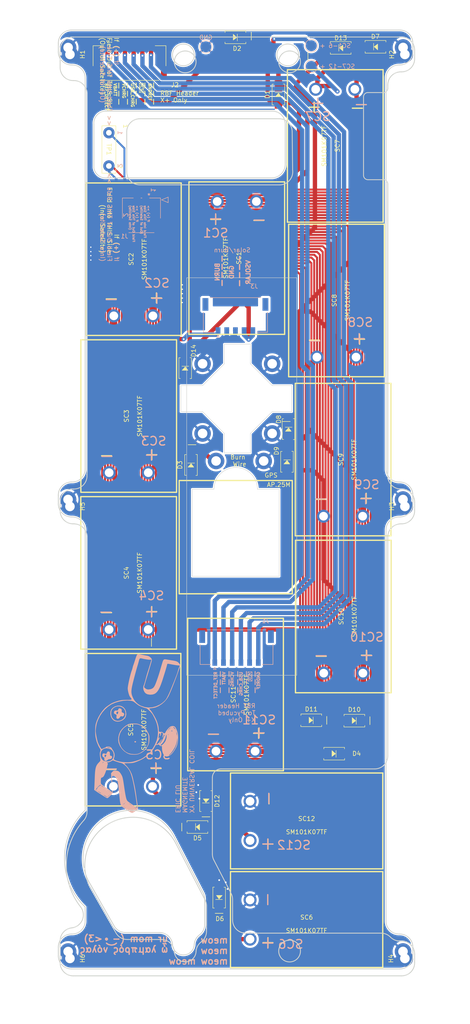
<source format=kicad_pcb>
(kicad_pcb (version 20241229) (generator "pcbnew") (generator_version "9.0")
  (title_block (title "Stationary X Panel") (date "2024-12-03") (rev "1.4") (company "Stanford Student Space Initiative") (comment 1 "Maya Bridgman - mayanola@stanford.edu"))
  (layers (0 "F.Cu" signal) (4 "In1.Cu" signal) (6 "In2.Cu" signal) (8 "In3.Cu" signal) (10 "In4.Cu" signal) (2 "B.Cu" signal) (13 "F.Paste" user) (15 "B.Paste" user) (5 "F.SilkS" user "F.Silkscreen") (7 "B.SilkS" user "B.Silkscreen") (1 "F.Mask" user) (3 "B.Mask" user) (25 "Edge.Cuts" user))
  (net 0 "")
  (net 1 "VSOLAR")
  (net 2 "GND")
  (net 3 "Net-(D1-K)")
  (net 4 "Net-(D1-A)")
  (net 5 "Net-(D2-A)")
  (net 6 "Net-(D10-K)")
  (net 7 "Net-(D10-A)")
  (net 8 "Net-(D11-A)")
  (net 9 "Net-(D3-A)")
  (net 10 "Net-(D4-A)")
  (net 11 "Net-(D5-A)")
  (net 12 "Net-(D7-A)")
  (net 13 "Net-(D8-A)")
  (net 14 "BURN")
  (net 15 "Net-(D13-A)")
  (net 20 "/VUSB_OUT")
  (net 21 "/VUSB_BATT")
  (net 22 "/VCHRG")
  (net 23 "/VBATT")
  (net 24 "/PYCUBED_GND")
  (net 25 "/PYCUBED_GNDREF")
  (net 34 "COIL_1")
  (net 35 "COIL_2")
  (footprint "MountingHole:MountingHole_2.2mm_M2_DIN965_Pad_TopBottom" (layer "F.Cu") (at 108.075 129.165)
    (property "Reference" "H12" (hide yes))
    (property "Value" "MountingHole_Pad" (hide yes))
  )
  (footprint "ssi_solarcell:SM101K07TF" (layer "F.Cu") (at 92.785 83.475 -90)
    (property "Reference" "SC8")
    (property "Value" "SM101K07TF")
  )
  (footprint "ssi_diode:DO-214AC" (layer "F.Cu") (at 58 99 -90)
    (property "Reference" "D14")
    (property "Value" "CDBA240LL")
  )
  (footprint "ssi_diode:DO-214AC" (layer "F.Cu") (at 65.811 220.537 90)
    (property "Reference" "D6")
    (property "Value" "CDBA240LL")
  )
  (footprint "ssi_solarcell:SM101K07TF" (layer "F.Cu") (at 46.085 74 -90)
    (property "Reference" "SC2")
    (property "Value" "SM101K07TF")
  )
  (footprint "ssi_diode:DO-214AC" (layer "F.Cu") (at 92.25 187.5 180)
    (property "Reference" "D4")
    (property "Value" "CDBA240LL")
  )
  (footprint "ssi_diode:DO-214AC" (layer "F.Cu") (at 69.55 23.075 180)
    (property "Reference" "D2")
    (property "Value" "CDBA240LL")
  )
  (footprint "MountingHole:MountingHole_2.2mm_M2_DIN965_Pad_TopBottom" (layer "F.Cu") (at 31.095 232.915)
    (property "Reference" "H8" (hide yes))
    (property "Value" "MountingHole_Pad" (hide yes))
  )
  (footprint "ssi_solarcell:SM101K07TF" (layer "F.Cu") (at 69.86 73.75 90)
    (property "Reference" "SC1")
    (property "Value" "SM101K07TF")
  )
  (footprint "ssi_solarcell:SM101K07TF" (layer "F.Cu") (at 85.915 202.935 180)
    (property "Reference" "SC12")
    (property "Value" "SM101K07TF")
  )
  (footprint "MountingHole:MountingHole_2.2mm_M2_DIN965_Pad_TopBottom" (layer "F.Cu") (at 108.5 130.75 -90)
    (property "Reference" "H3")
    (property "Value" "~")
  )
  (footprint "ssi_solarcell:SM101K07TF" (layer "F.Cu") (at 69.575 173.925 -90)
    (property "Reference" "SC11")
    (property "Value" "SM101K07TF")
  )
  (footprint "ssi_diode:DO-214AC" (layer "F.Cu") (at 59.34 121.23 -90)
    (property "Reference" "D3")
    (property "Value" "CDBA240LL")
  )
  (footprint "ssi_diode:DO-214AC" (layer "F.Cu") (at 86.985 179.835 180)
    (property "Reference" "D11")
    (property "Value" "CDBA240LL")
  )
  (footprint "MountingHole:MountingHole_2.2mm_M2_DIN965_Pad_TopBottom" (layer "F.Cu") (at 108.5 27 -90)
    (property "Reference" "H2")
    (property "Value" "~")
  )
  (footprint "ssi_diode:DO-214AC" (layer "F.Cu") (at 60.815 204.335)
    (property "Reference" "D5")
    (property "Value" "CDBA240LL")
  )
  (footprint "ssi_solarcell:SM101K07TF" (layer "F.Cu") (at 94.305 119.995 -90)
    (property "Reference" "SC9")
    (property "Value" "SM101K07TF")
  )
  (footprint "ssi_connector:TestPointConnection" (layer "F.Cu") (at 39.96 48.796369 -90)
    (property "Reference" "TP1")
    (property "Value" "Start/End of Coil Series" (hide yes))
  )
  (footprint "ssi_connector:Molex_205338-0006" (layer "F.Cu") (at 40.2 25.425 180)
    (property "Reference" "J2")
    (property "Value" "2053380006")
  )
  (footprint "MountingHole:MountingHole_2.2mm_M2_DIN965_Pad_TopBottom" (layer "F.Cu") (at 31.075 129.155)
    (property "Reference" "H9" (hide yes))
    (property "Value" "MountingHole_Pad" (hide yes))
  )
  (footprint "ssi_diode:DO-214AC" (layer "F.Cu") (at 79.435 36.195 -90)
    (property "Reference" "D1")
    (property "Value" "CDBA240LL")
  )
  (footprint "ssi_antenna:AP.25M" (layer "F.Cu") (at 69.62 137.8)
    (property "Reference" "AE1" (hide yes))
    (property "Value" "AP.25M")
  )
  (footprint "MountingHole:MountingHole_2.2mm_M2_DIN965_Pad_TopBottom" (layer "F.Cu") (at 62 114)
    (property "Reference" "H3" (hide yes))
    (property "Value" "MountingHole_Pad" (hide yes))
  )
  (footprint "MountingHole:MountingHole_2.2mm_M2_DIN965_Pad_TopBottom" (layer "F.Cu") (at 31.5 234.5 -90)
    (property "Reference" "H6")
    (property "Value" "~")
  )
  (footprint "ssi_diode:DO-214AC" (layer "F.Cu") (at 81.75 113 -90)
    (property "Reference" "D8")
    (property "Value" "CDBA240LL")
  )
  (footprint "ssi_solarcell:SM101K07TF" (layer "F.Cu") (at 92.5 48 90)
    (property "Reference" "SC7")
    (property "Value" "SM101K07TF")
  )
  (footprint "MountingHole:MountingHole_2.2mm_M2_DIN965_Pad_TopBottom" (layer "F.Cu") (at 31.085 25.415)
    (property "Reference" "H10" (hide yes))
    (property "Value" "MountingHole_Pad" (hide yes))
  )
  (footprint "MountingHole:MountingHole_2.2mm_M2_DIN965_Pad_TopBottom" (layer "F.Cu") (at 76.045 120.315)
    (property "Reference" "H2" (hide yes))
    (property "Value" "MountingHole_Pad" (hide yes))
  )
  (footprint "ssi_solarcell:SM101K07TF" (layer "F.Cu") (at 85.915 225.575 180)
    (property "Reference" "SC6")
    (property "Value" "SM101K07TF")
  )
  (footprint "MountingHole:MountingHole_2.2mm_M2_DIN965_Pad_TopBottom" (layer "F.Cu") (at 62 98)
    (property "Reference" "H5" (hide yes))
    (property "Value" "MountingHole_Pad" (hide yes))
  )
  (footprint "ssi_solarcell:SM101K07TF" (layer "F.Cu") (at 46 182 -90)
    (property "Reference" "SC5")
    (property "Value" "SM101K07TF")
  )
  (footprint "MountingHole:MountingHole_2.2mm_M2_DIN965_Pad_TopBottom" (layer "F.Cu") (at 108.075 232.905)
    (property "Reference" "H7" (hide yes))
    (property "Value" "MountingHole_Pad" (hide yes))
  )
  (footprint "MountingHole:MountingHole_2.2mm_M2_DIN965_Pad_TopBottom" (layer "F.Cu") (at 78 114)
    (property "Reference" "H4" (hide yes))
    (property "Value" "MountingHole_Pad" (hide yes))
  )
  (footprint "ssi_diode:DO-214AC" (layer "F.Cu") (at 93.75 25.5)
    (property "Reference" "D13")
    (property "Value" "CDBA240LL")
  )
  (footprint "MountingHole:MountingHole_2.2mm_M2_DIN965_Pad_TopBottom" (layer "F.Cu") (at 31.5 27 -90)
    (property "Reference" "H1")
    (property "Value" "~")
  )
  (footprint "ssi_diode:DO-214AC" (layer "F.Cu") (at 81.4 120.5 -90)
    (property "Reference" "D9")
    (property "Value" "CDBA240LL")
  )
  (footprint "ssi_diode:DO-214AC" (layer "F.Cu") (at 62.785 198.375 90)
    (property "Reference" "D12")
    (property "Value" "CDBA240LL")
  )
  (footprint "MountingHole:MountingHole_2.2mm_M2_DIN965_Pad_TopBottom" (layer "F.Cu") (at 108.095 25.405)
    (property "Reference" "H11" (hide yes))
    (property "Value" "MountingHole_Pad" (hide yes))
  )
  (footprint "ssi_solarcell:SM101K07TF" (layer "F.Cu") (at 45 146 -90)
    (property "Reference" "SC4")
    (property "Value" "SM101K07TF")
  )
  (footprint "MountingHole:MountingHole_2.2mm_M2_DIN965_Pad_TopBottom" (layer "F.Cu") (at 108.5 234.5 -90)
    (property "Reference" "H4")
    (property "Value" "~")
  )
  (footprint "ssi_solarcell:SM101K07TF" (layer "F.Cu") (at 45.015 110 -90)
    (property "Reference" "SC3")
    (property "Value" "SM101K07TF")
  )
  (footprint "ssi_diode:DO-214AC" (layer "F.Cu") (at 96.895 179.925 180)
    (property "Reference" "D10")
    (property "Value" "CDBA240LL")
  )
  (footprint "ssi_solarcell:SM101K07TF" (layer "F.Cu") (at 94.355 156.015 -90)
    (property "Reference" "SC10")
    (property "Value" "SM101K07TF")
  )
  (footprint "MountingHole:MountingHole_2.2mm_M2_DIN965_Pad_TopBottom" (layer "F.Cu") (at 31.5 130.75 -90)
    (property "Reference" "H5")
    (property "Value" "~")
  )
  (footprint "MountingHole:MountingHole_2.2mm_M2_DIN965_Pad_TopBottom" (layer "F.Cu") (at 78 98)
    (property "Reference" "H6" (hide yes))
    (property "Value" "MountingHole_Pad" (hide yes))
  )
  (footprint "MountingHole:MountingHole_2.2mm_M2_DIN965_Pad_TopBottom" (layer "F.Cu") (at 65.1 120.315)
    (property "Reference" "H1" (hide yes))
    (property "Value" "MountingHole_Pad" (hide yes))
  )
  (footprint "ssi_diode:DO-214AC" (layer "F.Cu") (at 101.75 25.25)
    (property "Reference" "D7")
    (property "Value" "CDBA240LL")
  )
  (footprint "ssi_connector:Molex_205338-0005" (layer "B.Cu") (at 65.55 90.35 180)
    (property "Reference" "J3")
    (property "Value" "2053380005")
  )
  (footprint "TestPoint:TestPoint_Pad_D2.5mm" (layer "B.Cu") (at 87 25 180)
    (property "Reference" "SC1-6 +")
    (property "Value" "TestPoint")
  )
  (footprint "TestPoint:TestPoint_Pad_D2.5mm" (layer "B.Cu") (at 62.75 25.25 180)
    (property "Reference" "GND")
    (property "Value" "TestPoint")
  )
  (footprint "TestPoint:TestPoint_Pad_D2.5mm" (layer "B.Cu") (at 87 29.75 180)
    (property "Reference" "SC7-12 +")
    (property "Value" "TestPoint")
  )
  (footprint "ssi_drawings:logo_magtorquer" (layer "B.Cu") (at 47.072 182.908369 90)
    (property "Reference" "G***" (hide yes))
    (property "Value" "LOGO" (hide yes))
  )
  (footprint "NetTie:NetTie-2_SMD_Pad0.5mm" (layer "B.Cu") (at 50.812 71.112369 90)
    (property "Reference" "NT1" (hide yes))
    (property "Value" "NetTie_2" (hide yes))
  )
  (footprint "ssi_connector:Molex_205338-0002" (layer "B.Cu") (at 48.940499 60.38237)
    (property "Reference" "J1")
    (property "Value" "2053380002" (hide yes))
  )
  (footprint "ssi_connector:Molex_205338-0006" (layer "B.Cu") (at 64.805 166.6 180)
    (property "Reference" "J1")
    (property "Value" "2053380006")
  )
  (gr_line (start 82.145 111.252) (end 80.345 111.252) (stroke (width 0.15)) (layer "F.SilkS"))
  (gr_line (start 63.67 202) (end 61.87 202) (stroke (width 0.15)) (layer "F.SilkS"))
  (gr_line (start 100.47 180.825) (end 100.47 179.025) (stroke (width 0.15)) (layer "F.SilkS"))
  (gr_line (start 57.22 205.25) (end 57.22 203.45) (stroke (width 0.15)) (layer "F.SilkS"))
  (gr_line (start 60.474 116.586) (end 58.674 116.586) (stroke (width 0.15)) (layer "F.SilkS"))
  (gr_line (start 66.695 224.15) (end 64.895 224.15) (stroke (width 0.15)) (layer "F.SilkS"))
  (gr_line (start 90.545 178.95) (end 90.545 180.75) (stroke (width 0.15)) (layer "F.SilkS"))
  (gr_line (start 86.22 28.325) (end 86.22 26.525) (stroke (width 0.15)) (layer "F.SilkS"))
  (gr_line (start 50.245 162.875) (end 50.245 161.075) (stroke (width 0.15)) (layer "F.SilkS"))
  (gr_line (start 73.195 23.7) (end 73.195 21.9) (stroke (width 0.15)) (layer "F.SilkS"))
  (gr_arc (start 104.575 34.75) (mid 104.282096 35.457087) (end 103.575 35.75) (stroke (width 0.2)) (layer "Edge.Cuts"))
  (gr_line (start 81 43) (end 81 52) (stroke (width 0.2)) (layer "Edge.Cuts"))
  (gr_arc (start 81 52) (mid 80.193776 54.296292) (end 78 55.35) (stroke (width 0.2)) (layer "Edge.Cuts"))
  (gr_arc (start 104.575 34) (mid 105.453669 31.87866) (end 107.575 31) (stroke (width 0.2)) (layer "Edge.Cuts"))
  (gr_line (start 73 114) (end 73 118.5) (stroke (width 0.1)) (layer "Edge.Cuts"))
  (gr_arc (start 71.9 228.694857) (mid 69.778684 227.816177) (end 68.9 225.694857) (stroke (width 0.2)) (layer "Edge.Cuts"))
  (gr_arc (start 44.5621 44.7632) (mid 45.440769 42.64186) (end 47.5621 41.7632) (stroke (width 0.2)) (layer "Edge.Cuts"))
  (gr_arc (start 60.49638 232.934481) (mid 60.84702 231.680329) (end 61.696018 230.692878) (stroke (width 0.2)) (layer "Edge.Cuts"))
  (gr_line (start 103.036892 228.694857) (end 71.9 228.694857) (stroke (width 0.2)) (layer "Edge.Cuts"))
  (gr_circle (center 81.585 27.105) (end 84.085 27.105) (stroke (width 0.2)) (fill no) (layer "Edge.Cuts"))
  (gr_line (start 67 118.5) (end 73 118.5) (stroke (width 0.1)) (layer "Edge.Cuts"))
  (gr_arc (start 79.5961 41.7632) (mid 81.71741 42.641881) (end 82.5961 44.7632) (stroke (width 0.2)) (layer "Edge.Cuts"))
  (gr_line (start 104.16 225.905) (end 104.16 136.155) (stroke (width 0.2)) (layer "Edge.Cuts"))
  (gr_circle (center 58 28.7) (end 60.5 28.7) (stroke (width 0.2)) (fill no) (layer "Edge.Cuts"))
  (gr_arc (start 32.425 134.75) (mid 34.54631 135.628681) (end 35.425 137.75) (stroke (width 0.2)) (layer "Edge.Cuts"))
  (gr_arc (start 107.335 125.155) (mid 109.45632 126.03368) (end 110.335 128.155) (stroke (width 0.2)) (layer "Edge.Cuts"))
  (gr_arc (start 36.382089 218.670205) (mid 40.700341 203.439941) (end 55.837771 208.073162) (stroke (width 0.2)) (layer "Edge.Cuts"))
  (gr_line (start 107.75 23) (end 32.25 23) (stroke (width 0.2)) (layer "Edge.Cuts"))
  (gr_line (start 41.67106 227.049172) (end 35.967089 217.075205) (stroke (width 0.2)) (layer "Edge.Cuts"))
  (gr_line (start 29.25 230.462874) (end 29.25 235.5) (stroke (width 0.2)) (layer "Edge.Cuts"))
  (gr_arc (start 32.25 33) (mid 30.128669 32.121322) (end 29.25 30) (stroke (width 0.2)) (layer "Edge.Cuts"))
  (gr_line (start 31.835 29.405) (end 32.01 29.405) (stroke (width 0.2)) (layer "Edge.Cuts"))
  (gr_line (start 62.485 220.840832) (end 62.485 226.694897) (stroke (width 0.2)) (layer "Edge.Cuts"))
  (gr_line (start 110.335 233.905) (end 110.335 231.905) (stroke (width 0.2)) (layer "Edge.Cuts"))
  (gr_line (start 35.01 222.681595) (end 35.01 225.905) (stroke (width 0.2)) (layer "Edge.Cuts"))
  (gr_arc (start 107.75 23) (mid 109.87131 23.878681) (end 110.75 26) (stroke (width 0.2)) (layer "Edge.Cuts"))
  (gr_line (start 67 114) (end 67 118.5) (stroke (width 0.1)) (layer "Edge.Cuts"))
  (gr_arc (start 44.690276 230.154857) (mid 43.184953 229.749837) (end 42.08606 228.644172) (stroke (width 0.2)) (layer "Edge.Cuts"))
  (gr_line (start 29.25 129.75) (end 29.25 131.75) (stroke (width 0.2)) (layer "Edge.Cuts"))
  (gr_arc (start 32.25 134.75) (mid 30.128669 133.871322) (end 29.25 131.75) (stroke (width 0.2)) (layer "Edge.Cuts"))
  (gr_arc (start 110.335 130.155) (mid 109.45632 132.27632) (end 107.335 133.155) (stroke (width 0.2)) (layer "Edge.Cuts"))
  (gr_arc (start 107.75 230.5) (mid 109.87131 231.378681) (end 110.75 233.5) (stroke (width 0.2)) (layer "Edge.Cuts"))
  (gr_line (start 62.9 222.435832) (end 62.9 228.289897) (stroke (width 0.2)) (layer "Edge.Cuts"))
  (gr_arc (start 82.695081 53.524687) (mid 81.980551 55.911928) (end 79.712073 56.943179) (stroke (width 0.2)) (layer "Edge.Cuts"))
  (gr_arc (start 28.835 231.905) (mid 29.71368 229.78368) (end 31.835 228.905) (stroke (width 0.2)) (layer "Edge.Cuts"))
  (gr_arc (start 60.08138 231.339481) (mid 60.43203 230.085337) (end 61.281018 229.097878) (stroke (width 0.2)) (layer "Edge.Cuts"))
  (gr_arc (start 29.25 230.462874) (mid 30.013999 228.462857) (end 31.916783 227.481437) (stroke (width 0.2)) (layer "Edge.Cuts"))
  (gr_arc (start 104.16 32.405) (mid 105.03868 30.28368) (end 107.16 29.405) (stroke (width 0.2)) (layer "Edge.Cuts"))
  (gr_arc (start 29.25 129.75) (mid 30.128669 127.62866) (end 32.25 126.75) (stroke (width 0.2)) (layer "Edge.Cuts"))
  (gr_arc (start 110.75 235.5) (mid 109.87131 237.621301) (end 107.75 238.5) (stroke (width 0.2)) (layer "Edge.Cuts"))
  (gr_line (start 68.563747 219.593864) (end 64.586253 211.916403) (stroke (width 0.2)) (layer "Edge.Cuts"))
  (gr_line (start 107.575 31) (end 107.75 31) (stroke (width 0.2)) (layer "Edge.Cuts"))
  (gr_arc (start 35.01 225.905) (mid 34.13132 228.02632) (end 32.01 228.905) (stroke (width 0.2)) (layer "Edge.Cuts"))
  (gr_arc (start 104.575 137.75) (mid 105.453669 135.62866) (end 107.575 134.75) (stroke (width 0.2)) (layer "Edge.Cuts"))
  (gr_line (start 55.837771 208.073162) (end 62.563747 221.055813) (stroke (width 0.2)) (layer "Edge.Cuts"))
  (gr_line (start 39.5 40) (end 78 40) (stroke (width 0.2)) (layer "Edge.Cuts"))
  (gr_arc (start 31.835 236.905) (mid 29.71368 236.02632) (end 28.835 233.905) (stroke (width 0.2)) (layer "Edge.Cuts"))
  (gr_arc (start 104.16 136.155) (mid 105.03868 134.03368) (end 107.16 133.155) (stroke (width 0.2)) (layer "Edge.Cuts"))
  (gr_line (start 59.62 146.8) (end 59.62 126.8) (stroke (width 0.1)) (layer "Edge.Cuts"))
  (gr_arc (start 64.586253 211.916403) (mid 64.33528 211.24658) (end 64.25 210.536384) (stroke (width 0.2)) (layer "Edge.Cuts"))
  (gr_arc (start 110.75 131.75) (mid 109.87131 133.871301) (end 107.75 134.75) (stroke (width 0.2)) (layer "Edge.Cuts"))
  (gr_arc (start 68.563747 219.593864) (mid 68.81473 220.263685) (end 68.9 220.973882) (stroke (width 0.2)) (layer "Edge.Cuts"))
  (gr_line (start 110.335 26.405) (end 110.335 24.405) (stroke (width 0.2)) (layer "Edge.Cuts"))
  (gr_arc (start 33.942286 222.646238) (mid 30.673787 212.624711) (end 34.646051 202.860731) (stroke (width 0.2)) (layer "Edge.Cuts"))
  (gr_line (start 42.08606 228.644172) (end 36.382089 218.670205) (stroke (width 0.2)) (layer "Edge.Cuts"))
  (gr_arc (start 107.335 21.405) (mid 109.45632 22.28368) (end 110.335 24.405) (stroke (width 0.2)) (layer "Edge.Cuts"))
  (gr_line (start 62 109) (end 67 114) (stroke (width 0.1)) (layer "Edge.Cuts"))
  (gr_arc (start 99 36.75) (mid 99.292883 36.042874) (end 100 35.75) (stroke (width 0.2)) (layer "Edge.Cuts"))
  (gr_line (start 104.575 188) (end 104.575 137.75) (stroke (width 0.2)) (layer "Edge.Cuts"))
  (gr_arc (start 31.835 29.405) (mid 29.71368 28.52632) (end 28.835 26.405) (stroke (width 0.2)) (layer "Edge.Cuts"))
  (gr_line (start 104.575 34.75) (end 104.575 34) (stroke (width 0.2)) (layer "Edge.Cuts"))
  (gr_arc (start 107.326784 230.5) (mid 106.163232 230.265163) (end 105.181838 229.597429) (stroke (width 0.2)) (layer "Edge.Cuts"))
  (gr_arc (start 62.9 228.289897) (mid 62.582159 229.633754) (end 61.696018 230.692878) (stroke (width 0.2)) (layer "Edge.Cuts"))
  (gr_line (start 32.25 134.75) (end 32.425 134.75) (stroke (width 0.2)) (layer "Edge.Cuts"))
  (gr_line (start 73 93.5) (end 67 93.5) (stroke (width 0.1)) (layer "Edge.Cuts"))
  (gr_arc (start 107.335 228.905) (mid 109.45632 229.78368) (end 110.335 231.905) (stroke (width 0.2)) (layer "Edge.Cuts"))
  (gr_arc (start 47.5621 56.932369) (mid 45.440755 56.053665) (end 44.5621 53.9323) (stroke (width 0.2)) (layer "Edge.Cuts"))
  (gr_line (start 107.335 125.155) (end 107.16 125.155) (stroke (width 0.2)) (layer "Edge.Cuts"))
  (gr_line (start 28.835 128.155) (end 28.835 130.155) (stroke (width 0.2)) (layer "Edge.Cuts"))
  (gr_line (start 32.01 125.155) (end 31.835 125.155) (stroke (width 0.2)) (layer "Edge.Cuts"))
  (gr_line (start 52.51146 230.154857) (end 44.690276 230.154857) (stroke (width 0.2)) (layer "Edge.Cuts"))
  (gr_arc (start 107.75 126.75) (mid 109.87131 127.628681) (end 110.75 129.75) (stroke (width 0.2)) (layer "Edge.Cuts"))
  (gr_line (start 110.75 235.5) (end 110.75 233.5) (stroke (width 0.2)) (layer "Edge.Cuts"))
  (gr_arc (start 107.16 228.905) (mid 105.03868 228.02632) (end 104.16 225.905) (stroke (width 0.2)) (layer "Edge.Cuts"))
  (gr_line (start 62 103) (end 67 98) (stroke (width 0.1)) (layer "Edge.Cuts"))
  (gr_line (start 103.575 55.75) (end 100 55.75) (stroke (width 0.2)) (layer "Edge.Cuts"))
  (gr_line (start 66.25 191) (end 101.575 191) (stroke (width 0.2)) (layer "Edge.Cuts"))
  (gr_line (start 82.5961 44.7632) (end 82.695081 53.524687) (stroke (width 0.2)) (layer "Edge.Cuts"))
  (gr_line (start 79.712073 56.943179) (end 47.5621 56.932369) (stroke (width 0.2)) (layer "Edge.Cuts"))
  (gr_arc (start 64.25 193) (mid 64.835776 191.585767) (end 66.25 191) (stroke (width 0.2)) (layer "Edge.Cuts"))
  (gr_arc (start 28.835 24.405) (mid 29.71368 22.28368) (end 31.835 21.405) (stroke (width 0.2)) (layer "Edge.Cuts"))
  (gr_line (start 82.5 109) (end 82.5 103) (stroke (width 0.1)) (layer "Edge.Cuts"))
  (gr_arc (start 64.62 126.8) (mid 69.62 121.8) (end 74.62 126.8) (stroke (width 0.1)) (layer "Edge.Cuts"))
  (gr_arc (start 60.49638 232.934481) (mid 58.013433 235.299935) (end 55.505209 232.961299) (stroke (width 0.2)) (layer "Edge.Cuts"))
  (gr_arc (start 52.51146 230.154857) (mid 54.563235 230.966158) (end 55.505209 232.961299) (stroke (width 0.2)) (layer "Edge.Cuts"))
  (gr_line (start 107.16 133.155) (end 107.335 133.155) (stroke (width 0.2)) (layer "Edge.Cuts"))
  (gr_line (start 32.25 33) (end 32.425 33) (stroke (width 0.2)) (layer "Edge.Cuts"))
  (gr_line (start 32.425 126.75) (end 32.25 126.75) (stroke (width 0.2)) (layer "Edge.Cuts"))
  (gr_arc (start 107.575 126.75) (mid 105.453669 125.871322) (end 104.575 123.75) (stroke (width 0.2)) (layer "Edge.Cuts"))
  (gr_arc (start 107.16 125.155) (mid 105.03868 124.27632) (end 104.16 122.155) (stroke (width 0.2)) (layer "Edge.Cuts"))
  (gr_line (start 107.16 29.405) (end 107.335 29.405) (stroke (width 0.2)) (layer "Edge.Cuts"))
  (gr_arc (start 31.835 133.155) (mid 29.71368 132.27632) (end 28.835 130.155) (stroke (width 0.2)) (layer "Edge.Cuts"))
  (gr_line (start 44.5621 53.9323) (end 44.5621 44.7632) (stroke (width 0.2)) (layer "Edge.Cuts"))
  (gr_arc (start 78 40) (mid 80.12132 40.87868) (end 81 43) (stroke (width 0.2)) (layer "Edge.Cuts"))
  (gr_circle (center 82 232.8) (end 84.5 232.8) (stroke (width 0.2)) (fill no) (layer "Edge.Cuts"))
  (gr_arc (start 62.485 226.694897) (mid 62.167169 228.038763) (end 61.281018 229.097878) (stroke (width 0.2)) (layer "Edge.Cuts"))
  (gr_line (start 107.75 126.75) (end 107.575 126.75) (stroke (width 0.2)) (layer "Edge.Cuts"))
  (gr_line (start 78 55.35) (end 40 55.35) (stroke (width 0.2)) (layer "Edge.Cuts"))
  (gr_line (start 67 98) (end 67 93.5) (stroke (width 0.1)) (layer "Edge.Cuts"))
  (gr_arc (start 40 55.35) (mid 38.024022 54.782636) (end 37 53) (stroke (width 0.2)) (layer "Edge.Cuts"))
  (gr_line (start 57 109) (end 57 103) (stroke (width 0.1)) (layer "Edge.Cuts"))
  (gr_arc (start 60.08138 231.339481) (mid 57.598433 233.704964) (end 55.090209 231.366299) (stroke (width 0.2)) (layer "Edge.Cuts"))
  (gr_arc (start 103.036892 228.694857) (mid 104.200443 228.929694) (end 105.181838 229.597429) (stroke (width 0.2)) (layer "Edge.Cuts"))
  (gr_line (start 32.25 238.5) (end 107.75 238.5) (stroke (width 0.2)) (layer "Edge.Cuts"))
  (gr_arc (start 37 43) (mid 37.642366 40.993638) (end 39.5 40) (stroke (width 0.2)) (layer "Edge.Cuts"))
  (gr_arc (start 35.01 122.155) (mid 34.13132 124.27632) (end 32.01 125.155) (stroke (width 0.2)) (layer "Edge.Cuts"))
  (gr_line (start 107.335 228.905) (end 107.16 228.905) (stroke (width 0.2)) (layer "Edge.Cuts"))
  (gr_line (start 100 35.75) (end 103.575 35.75) (stroke (width 0.2)) (layer "Edge.Cuts"))
  (gr_line (start 35.425 137.75) (end 35.425 200.844067) (stroke (width 0.2)) (layer "Edge.Cuts"))
  (gr_arc (start 103.575 55.75) (mid 104.282096 56.042895) (end 104.575 56.75) (stroke (width 0.2)) (layer "Edge.Cuts"))
  (gr_line (start 35.01 32.405) (end 35.01 122.155) (stroke (width 0.2)) (layer "Edge.Cuts"))
  (gr_arc (start 32.25 238.5) (mid 30.128669 237.621322) (end 29.25 235.5) (stroke (width 0.2)) (layer "Edge.Cuts"))
  (gr_line (start 73 114) (end 78 109) (stroke (width 0.1)) (layer "Edge.Cuts"))
  (gr_line (start 110.335 130.155) (end 110.335 128.155) (stroke (width 0.2)) (layer "Edge.Cuts"))
  (gr_arc (start 32.01 133.155) (mid 34.13132 134.03368) (end 35.01 136.155) (stroke (width 0.2)) (layer "Edge.Cuts"))
  (gr_line (start 35.425 36) (end 35.425 123.75) (stroke (width 0.2)) (layer "Edge.Cuts"))
  (gr_line (start 79.62 126.8) (end 79.62 146.8) (stroke (width 0.1)) (layer "Edge.Cuts"))
  (gr_arc (start 62.563747 221.055813) (mid 62.814717 221.725637) (end 62.9 222.435832) (stroke (width 0.2)) (layer "Edge.Cuts"))
  (gr_line (start 74.62 126.8) (end 79.62 126.8) (stroke (width 0.1)) (layer "Edge.Cuts"))
  (gr_line (start 32.01 228.905) (end 31.835 228.905) (stroke (width 0.2)) (layer "Edge.Cuts"))
  (gr_line (start 28.835 24.405) (end 28.835 26.405) (stroke (width 0.2)) (layer "Edge.Cuts"))
  (gr_line (start 47.5621 41.7632) (end 79.5961 41.7632) (stroke (width 0.2)) (layer "Edge.Cuts"))
  (gr_arc (start 110.75 28) (mid 109.87131 30.121301) (end 107.75 31) (stroke (width 0.2)) (layer "Edge.Cuts"))
  (gr_line (start 64.25 210.536384) (end 64.25 193) (stroke (width 0.2)) (layer "Edge.Cuts"))
  (gr_line (start 104.16 122.155) (end 104.16 32.405) (stroke (width 0.2)) (layer "Edge.Cuts"))
  (gr_arc (start 52.09646 228.559857) (mid 54.148245 229.371156) (end 55.090209 231.366299) (stroke (width 0.2)) (layer "Edge.Cuts"))
  (gr_arc (start 100 55.75) (mid 99.292883 55.457109) (end 99 54.75) (stroke (width 0.2)) (layer "Edge.Cuts"))
  (gr_arc (start 110.335 26.405) (mid 109.45632 28.52632) (end 107.335 29.405) (stroke (width 0.2)) (layer "Edge.Cuts"))
  (gr_line (start 59.62 126.8) (end 64.62 126.8) (stroke (width 0.1)) (layer "Edge.Cuts"))
  (gr_circle (center 57.585 27.105) (end 60.085 27.105) (stroke (width 0.2)) (fill no) (layer "Edge.Cuts"))
  (gr_line (start 52.09646 228.559857) (end 44.275276 228.559857) (stroke (width 0.2)) (layer "Edge.Cuts"))
  (gr_line (start 68.9 225.694857) (end 68.9 220.973882) (stroke (width 0.2)) (layer "Edge.Cuts"))
  (gr_line (start 73 98) (end 73 93.5) (stroke (width 0.1)) (layer "Edge.Cuts"))
  (gr_line (start 29.25 26) (end 29.25 30) (stroke (width 0.2)) (layer "Edge.Cuts"))
  (gr_arc (start 44.275276 228.559857) (mid 42.769944 228.154843) (end 41.67106 227.049172) (stroke (width 0.2)) (layer "Edge.Cuts"))
  (gr_circle (center 82 28.7) (end 84.5 28.7) (stroke (width 0.2)) (fill no) (layer "Edge.Cuts"))
  (gr_arc (start 33.942286 222.646238) (mid 34.350573 225.659099) (end 31.916783 227.481437) (stroke (width 0.2)) (layer "Edge.Cuts"))
  (gr_arc (start 104.575 188) (mid 103.69631 190.121301) (end 101.575 191) (stroke (width 0.2)) (layer "Edge.Cuts"))
  (gr_line (start 37 43) (end 37 53) (stroke (width 0.2)) (layer "Edge.Cuts"))
  (gr_line (start 79.62 146.8) (end 59.62 146.8) (stroke (width 0.1)) (layer "Edge.Cuts"))
  (gr_line (start 99 54.75) (end 99 36.75) (stroke (width 0.2)) (layer "Edge.Cuts"))
  (gr_arc (start 35.425 200.844067) (mid 35.223517 201.925014) (end 34.646051 202.860731) (stroke (width 0.2)) (layer "Edge.Cuts"))
  (gr_line (start 107.575 134.75) (end 107.75 134.75) (stroke (width 0.2)) (layer "Edge.Cuts"))
  (gr_line (start 78 103) (end 82.5 103) (stroke (width 0.1)) (layer "Edge.Cuts"))
  (gr_line (start 73 98) (end 78 103) (stroke (width 0.1)) (layer "Edge.Cuts"))
  (gr_rect (start 58.344373 78.260369) (end 83.648 169.509064) (stroke (width 0.1)) (fill no) (layer "Edge.Cuts"))
  (gr_line (start 55.422771 206.478162) (end 62.148747 219.460813) (stroke (width 0.2)) (layer "Edge.Cuts"))
  (gr_arc (start 32.425 33) (mid 34.54631 33.878681) (end 35.425 36) (stroke (width 0.2)) (layer "Edge.Cuts"))
  (gr_arc (start 35.425 123.75) (mid 34.54631 125.871301) (end 32.425 126.75) (stroke (width 0.2)) (layer "Edge.Cuts"))
  (gr_arc (start 29.25 26) (mid 30.128669 23.87866) (end 32.25 23) (stroke (width 0.2)) (layer "Edge.Cuts"))
  (gr_arc (start 62.148747 219.460813) (mid 62.399723 220.130636) (end 62.485 220.840832) (stroke (width 0.2)) (layer "Edge.Cuts"))
  (gr_line (start 57 103) (end 62 103) (stroke (width 0.1)) (layer "Edge.Cuts"))
  (gr_line (start 28.835 231.905) (end 28.835 233.905) (stroke (width 0.2)) (layer "Edge.Cuts"))
  (gr_arc (start 32.01 29.405) (mid 34.13132 30.28368) (end 35.01 32.405) (stroke (width 0.2)) (layer "Edge.Cuts"))
  (gr_line (start 107.335 21.405) (end 31.835 21.405) (stroke (width 0.2)) (layer "Edge.Cuts"))
  (gr_line (start 78 109) (end 82.5 109) (stroke (width 0.1)) (layer "Edge.Cuts"))
  (gr_line (start 57 109) (end 62 109) (stroke (width 0.1)) (layer "Edge.Cuts"))
  (gr_line (start 104.575 123.75) (end 104.575 56.75) (stroke (width 0.2)) (layer "Edge.Cuts"))
  (gr_arc (start 35.967089 217.075205) (mid 40.285339 201.844927) (end 55.422771 206.478162) (stroke (width 0.2)) (layer "Edge.Cuts"))
  (gr_arc (start 110.335 233.905) (mid 109.45632 236.02632) (end 107.335 236.905) (stroke (width 0.2)) (layer "Edge.Cuts"))
  (gr_line (start 31.835 133.155) (end 32.01 133.155) (stroke (width 0.2)) (layer "Edge.Cuts"))
  (gr_line (start 107.75 230.5) (end 107.326784 230.5) (stroke (width 0.2)) (layer "Edge.Cuts"))
  (gr_arc (start 35.01 222.681595) (mid 30.249088 211.574858) (end 35.01 200.468119) (stroke (width 0.2)) (layer "Edge.Cuts"))
  (gr_line (start 31.835 236.905) (end 107.335 236.905) (stroke (width 0.2)) (layer "Edge.Cuts"))
  (gr_line (start 35.01 136.155) (end 35.01 200.468119) (stroke (width 0.2)) (layer "Edge.Cuts"))
  (gr_line (start 110.75 131.75) (end 110.75 129.75) (stroke (width 0.2)) (layer "Edge.Cuts"))
  (gr_arc (start 28.835 128.155) (mid 29.71368 126.03368) (end 31.835 125.155) (stroke (width 0.2)) (layer "Edge.Cuts"))
  (gr_line (start 110.75 28) (end 110.75 26) (stroke (width 0.2)) (layer "Edge.Cuts"))
  (gr_text "REF_DETECT" (at 39.5 33.5 270) (layer "F.SilkS") (effects (font (size 0.7 0.7) (thickness 0.175) (bold yes)) (justify left bottom)))
  (gr_text "---" (at 51.5 38.915 90) (layer "F.SilkS") (effects (font (size 1.5 1.5) (thickness 0.2)) (justify left bottom)))
  (gr_text "2" (at 42.412 52.132369 270) (layer "F.SilkS") (effects (font (size 1 1)) (justify left bottom)))
  (gr_text "---" (at 41.5 38.915 90) (layer "F.SilkS") (effects (font (size 1.5 1.5) (thickness 0.2)) (justify left bottom)))
  (gr_text "RBF Header\nX+ Only" (at 52.195 38.09 0) (layer "F.SilkS") (effects (font (size 1 1)) (justify left bottom)))
  (gr_text "If (+)\nField Out of THIS Side >>\n(Out of Satellite)" (at 38.392 23.002369 270) (layer "F.SilkS") (effects (font (size 1 1)) (justify left bottom)))
  (gr_text "1" (at 43.712 42.932369 270) (layer "F.SilkS") (effects (font (size 1 1)) (justify left bottom)))
  (gr_text "VBATT" (at 41.5 33.5 270) (layer "F.SilkS") (effects (font (size 0.7 0.7) (thickness 0.175) (bold yes)) (justify left bottom)))
  (gr_text "USB_CHRG" (at 45.5 33.5 270) (layer "F.SilkS") (effects (font (size 0.7 0.7) (thickness 0.175) (bold yes)) (justify left bottom)))
  (gr_text "---" (at 49.5 38.915 90) (layer "F.SilkS") (effects (font (size 1.5 1.5) (thickness 0.2)) (justify left bottom)))
  (gr_text "Burn \nWire" (at 70.5 120.25 0) (layer "F.SilkS") (effects (font (size 1 1))))
  (gr_text "AP.25M" (at 79.5 125.75 0) (layer "F.SilkS") (effects (font (size 1 1))))
  (gr_text "---" (at 43.5 38.915 90) (layer "F.SilkS") (effects (font (size 1.5 1.5) (thickness 0.2)) (justify left bottom)))
  (gr_text "If (+)\n<< Field Into THIS Side\n(Into Satellite)" (at 38.412 72.732369 270) (layer "F.SilkS") (effects (font (size 1 1)) (justify right bottom)))
  (gr_text "---" (at 45.5 38.915 90) (layer "F.SilkS") (effects (font (size 1.5 1.5) (thickness 0.2)) (justify left bottom)))
  (gr_text "GPS" (at 77.75 123.6 0) (layer "F.SilkS") (effects (font (size 1 1))))
  (gr_text "GND" (at 47.5 33.5 270) (layer "F.SilkS" knockout) (effects (font (size 0.7 0.7) (thickness 0.175) (bold yes)) (justify left bottom)))
  (gr_text "GNDREF" (at 49.5 33.5 270) (layer "F.SilkS") (effects (font (size 0.7 0.7) (thickness 0.175) (bold yes)) (justify left bottom)))
  (gr_text "---" (at 47.5 38.915 90) (layer "F.SilkS") (effects (font (size 1.5 1.5) (thickness 0.2)) (justify left bottom)))
  (gr_text "VCHRG\n" (at 43.5 33.5 270) (layer "F.SilkS") (effects (font (size 0.7 0.7) (thickness 0.175) (bold yes)) (justify left bottom)))
  (gr_text "SC11" (at 75 179.75 0) (layer "B.SilkS") (effects (font (size 2 2) (thickness 0.3)) (justify mirror)))
  (gr_text "+" (at 51.25 190.5 0) (layer "B.SilkS") (effects (font (size 3 3) (thickness 0.3)) (justify mirror)))
  (gr_text "+" (at 50.25 118.75 0) (layer "B.SilkS") (effects (font (size 3 3) (thickness 0.3)) (justify mirror)))
  (gr_text "+" (at 77 230.75 0) (layer "B.SilkS") (effects (font (size 3 3) (thickness 0.3)) (justify mirror)))
  (gr_text "-" (at 64.5 183.25 180) (layer "B.SilkS") (effects (font (size 3 3) (thickness 0.3)) (justify mirror)))
  (gr_text "USB_CHRG" (at 71.247 168.5925 -270) (layer "B.SilkS") (effects (font (size 0.7 0.7) (thickness 0.175) (bold yes)) (justify left bottom mirror)))
  (gr_text "+" (at 75 182.5 0) (layer "B.SilkS") (effects (font (size 3 3) (thickness 0.3)) (justify mirror)))
  (gr_text "meow \nmeow\nmeow meow" (at 68 236 0) (layer "B.SilkS") (effects (font (size 1.5 1.5) (thickness 0.3) (bold yes)) (justify left bottom mirror)))
  (gr_text "If (+)\n<< Field Into THIS Side\n(Out of Satellite)" (at 38.392 24.922369 270) (layer "B.SilkS") (effects (font (size 1 1)) (justify right bottom mirror)))
  (gr_text "XY UNIVERSAL COIL\nMAGNEMITE \nERIC LIU" (at 55.708 201.196369 270) (layer "B.SilkS") (effects (font (size 1 1)) (justify left bottom mirror)))
  (gr_text "+" (at 99.5 128.75 0) (layer "B.SilkS") (effects (font (size 3 3) (thickness 0.3)) (justify mirror)))
  (gr_text "----" (at 67.25 80.575 90) (layer "B.SilkS") (effects (font (size 1.5 1.5) (thickness 0.3) (bold yes)) (justify left bottom)))
  (gr_text "---" (at 69.31175 173.99 -90) (layer "B.SilkS") (effects (font (size 1.5 1.5) (thickness 0.2)) (justify left bottom mirror)))
  (gr_text "1" (at 42.412 45.532369 270) (layer "B.SilkS") (effects (font (size 1 1)) (justify left bottom mirror)))
  (gr_text "SC1" (at 65 68 0) (layer "B.SilkS") (effects (font (size 2 2) (thickness 0.3)) (justify mirror)))
  (gr_text "+" (at 65 64.5 0) (layer "B.SilkS") (effects (font (size 3 3) (thickness 0.3)) (justify mirror)))
  (gr_text "-" (at 41 191.25 180) (layer "B.SilkS") (effects (font (size 3 3) (thickness 0.3)) (justify mirror)))
  (gr_text "---" (at 71.31175 173.99 -90) (layer "B.SilkS") (effects (font (size 1.5 1.5) (thickness 0.2)) (justify left bottom mirror)))
  (gr_text "+" (at 50.25 154.75 0) (layer "B.SilkS") (effects (font (size 3 3) (thickness 0.3)) (justify mirror)))
  (gr_text "1" (at 50.065502 58.683369 270) (layer "B.SilkS") (effects (font (size 1 1)) (justify left bottom mirror)))
  (gr_text "+" (at 98 92 0) (layer "B.SilkS") (effects (font (size 3 3) (thickness 0.3)) (justify mirror)))
  (gr_text "BURN" (at 65.975 74.725 90) (layer "B.SilkS") (effects (font (size 1 1) (thickness 0.25) (bold yes)) (justify left bottom mirror)))
  (gr_text "SC3" (at 50.75 115.75 0) (layer "B.SilkS") (effects (font (size 2 2) (thickness 0.3)) (justify mirror)))
  (gr_text "+" (at 51.5 82.75 0) (layer "B.SilkS") (effects (font (size 3 3) (thickness 0.3)) (justify mirror)))
  (gr_text "-" (at 77 197.75 90) (layer "B.SilkS") (effects (font (size 3 3) (thickness 0.3)) (justify mirror)))
  (gr_text "+" (at 88.5 38 0) (layer "B.SilkS") (effects (font (size 3 3) (thickness 0.3)) (justify mirror)))
  (gr_text "+" (at 99.75 164.75 0) (layer "B.SilkS") (effects (font (size 3 3) (thickness 0.3)) (justify mirror)))
  (gr_text "---" (at 67.31175 173.99 -90) (layer "B.SilkS") (effects (font (size 1.5 1.5) (thickness 0.2)) (justify left bottom mirror)))
  (gr_text "SC10" (at 99.75 160.75 0) (layer "B.SilkS") (effects (font (size 2 2) (thickness 0.3)) (justify mirror)))
  (gr_text "REF_DETECT" (at 65.405 168.5925 -270) (layer "B.SilkS") (effects (font (size 0.7 0.7) (thickness 0.175) (bold yes)) (justify left bottom mirror)))
  (gr_text "2" (at 43.712 64.432369 270) (layer "B.SilkS") (effects (font (size 1 1)) (justify left bottom mirror)))
  (gr_text "GNDREF" (at 75.2475 168.5925 -270) (layer "B.SilkS") (effects (font (size 0.7 0.7) (thickness 0.175) (bold yes)) (justify left bottom mirror)))
  (gr_text "If (+)\nField Out of THIS Side >>\n(Into Satellite)" (at 38.412 74.632369 270) (layer "B.SilkS") (effects (font (size 1 1)) (justify left bottom mirror)))
  (gr_text "-" (at 76.75 221 90) (layer "B.SilkS") (effects (font (size 3 3) (thickness 0.3)) (justify mirror)))
  (gr_text "---" (at 73.31175 173.99 -90) (layer "B.SilkS") (effects (font (size 1.5 1.5) (thickness 0.2)) (justify left bottom mirror)))
  (gr_text "SC7" (at 88.5 41.25 0) (layer "B.SilkS") (effects (font (size 2 2) (thickness 0.3)) (justify mirror)))
  (gr_text "GND" (at 73.3425 168.5925 -270) (layer "B.SilkS" knockout) (effects (font (size 0.7 0.7) (thickness 0.175) (bold yes)) (justify left bottom mirror)))
  (gr_text "SC2" (at 51.5 79.5 0) (layer "B.SilkS") (effects (font (size 2 2) (thickness 0.3)) (justify mirror)))
  (gr_text "If (+) >>\nField Into This Side\n(Out of Satellite)\n" (at 47.662 61.582369 270) (layer "B.SilkS") (effects (font (size 0.5 0.5) (thickness 0.125)) (justify right bottom mirror)))
  (gr_text "VCHRG\n" (at 69.215 168.575 -270) (layer "B.SilkS") (effects (font (size 0.7 0.7) (thickness 0.175) (bold yes)) (justify left bottom mirror)))
  (gr_text "-" (at 41 83.5 180) (layer "B.SilkS") (effects (font (size 3 3) (thickness 0.3)) (justify mirror)))
  (gr_text "2" (at 42.412 53.082369 270) (layer "B.SilkS") (effects (font (size 1 1)) (justify left bottom mirror)))
  (gr_text "----" (at 71.275 80.625 90) (layer "B.SilkS") (effects (font (size 1.5 1.5) (thickness 0.3) (bold yes)) (justify left bottom)))
  (gr_text "-" (at 40 119.5 180) (layer "B.SilkS") (effects (font (size 3 3) (thickness 0.3)) (justify mirror)))
  (gr_text "ur mom (-‿◦<3)\nὦ λαμπρὸς νόλας" (at 54.25 233.25 0) (layer "B.SilkS") (effects (font (size 1.5 1.5) (thickness 0.3) (bold yes)) (justify left bottom mirror)))
  (gr_text "-" (at 98.5 38.75 180) (layer "B.SilkS") (effects (font (size 3 3) (thickness 0.3)) (justify mirror)))
  (gr_text "GND" (at 69.25 75.3 90) (layer "B.SilkS") (effects (font (size 1 1) (thickness 0.25) (bold yes)) (justify left bottom mirror)))
  (gr_text "-" (at 89.25 129.25 180) (layer "B.SilkS") (effects (font (size 3 3) (thickness 0.3)) (justify mirror)))
  (gr_text "If (+) >>\nField Out of This Side\n(Into Satellite)\n" (at 45.052 61.582369 270) (layer "B.SilkS") (effects (font (size 0.5 0.5) (thickness 0.125)) (justify right bottom mirror)))
  (gr_text "-" (at 75 65.25 180) (layer "B.SilkS") (effects (font (size 3 3) (thickness 0.3)) (justify mirror)))
  (gr_text "---" (at 65.31175 173.99 -90) (layer "B.SilkS") (effects (font (size 1.5 1.5) (thickness 0.2)) (justify left bottom mirror)))
  (gr_text "-" (at 87.75 93 180) (layer "B.SilkS") (effects (font (size 3 3) (thickness 0.3)) (justify mirror)))
  (gr_text "-" (at 39.75 155.25 180) (layer "B.SilkS") (effects (font (size 3 3) (thickness 0.3)) (justify mirror)))
  (gr_text "SC9" (at 99.75 125.75 0) (layer "B.SilkS") (effects (font (size 2 2) (thickness 0.3)) (justify mirror)))
  (gr_text "SC4" (at 50.25 151.25 0) (layer "B.SilkS") (effects (font (size 2 2) (thickness 0.3)) (justify mirror)))
  (gr_text "Solar/Burn" (at 73.095 72.49 0) (layer "B.SilkS") (effects (font (size 1 1)) (justify left bottom mirror)))
  (gr_text "SC6" (at 82.25 231.25 0) (layer "B.SilkS") (effects (font (size 2 2) (thickness 0.3)) (justify mirror)))
  (gr_text "SC5" (at 51.75 187.75 0) (layer "B.SilkS") (effects (font (size 2 2) (thickness 0.3)) (justify mirror)))
  (gr_text "+" (at 77 208 0) (layer "B.SilkS") (effects (font (size 3 3) (thickness 0.3)) (justify mirror)))
  (gr_text "VSOLAR" (at 73.075 74.075 90) (layer "B.SilkS") (effects (font (size 1 1) (thickness 0.25) (bold yes)) (justify left bottom mirror)))
  (gr_text "-" (at 89.25 165.25 180) (layer "B.SilkS") (effects (font (size 3 3) (thickness 0.3)) (justify mirror)))
  (gr_text "SC12" (at 83 208.5 0) (layer "B.SilkS") (effects (font (size 2 2) (thickness 0.3)) (justify mirror)))
  (gr_text "RBF Header\nTo Pycubed\nX+ Only" (at 74.25 180.34 0) (layer "B.SilkS") (effects (font (size 1 1)) (justify left bottom mirror)))
  (gr_text "SC8" (at 98.25 88.5 0) (layer "B.SilkS") (effects (font (size 2 2) (thickness 0.3)) (justify mirror)))
  (gr_text "VBATT" (at 67.31 168.5925 -270) (layer "B.SilkS") (effects (font (size 0.7 0.7) (thickness 0.175) (bold yes)) (justify left bottom mirror)))
  (segment (start 72.595 92.456) (end 72.595 85.075) (width 1) (layer "F.Cu") (net 1))
  (segment (start 91.75 25.5) (end 83.5 33.75) (width 1) (layer "F.Cu") (net 1))
  (segment (start 87.825 38.825) (end 87.825 66.763428) (width 1) (layer "F.Cu") (net 1))
  (segment (start 83.5 34.5) (end 87.825 38.825) (width 1) (layer "F.Cu") (net 1))
  (segment (start 83.5 33.75) (end 83.5 34.5) (width 1) (layer "F.Cu") (net 1))
  (segment (start 58 96.598428) (end 58 98) (width 1) (layer "F.Cu") (net 1))
  (segment (start 72.595 85.075) (end 71.059214 83.539214) (width 1) (layer "F.Cu") (net 1))
  (segment (start 71.059214 83.529214) (end 71.059214 83.539214) (width 1) (layer "F.Cu") (net 1))
  (segment (start 71.059214 83.539214) (end 58 96.598428) (width 1) (layer "F.Cu") (net 1))
  (segment (start 87.825 66.763428) (end 71.059214 83.529214) (width 1) (layer "F.Cu") (net 1))
  (via (at 72.595 92.456) (size 0.8) (drill 0.4) (layers "F.Cu" "B.Cu") (net 1))
  (segment (start 73.535 91.516) (end 73.535 91.093) (width 1) (layer "B.Cu") (net 1))
  (segment (start 72.595 92.456) (end 73.535 91.516) (width 1) (layer "B.Cu") (net 1))
  (segment (start 72.595 92.456) (end 71.535 91.396) (width 1) (layer "B.Cu") (net 1))
  (segment (start 71.535 91.396) (end 71.535 91.093) (width 1) (layer "B.Cu") (net 1))
  (segment (start 65.813 218.537) (end 67.315 217.035) (width 1) (layer "F.Cu") (net 2))
  (segment (start 65.811 216.529) (end 65.815 216.525) (width 1) (layer "F.Cu") (net 2))
  (segment (start 65.811 218.537) (end 65.811 216.529) (width 1) (layer "F.Cu") (net 2))
  (segment (start 62.785 196.375) (end 62.675 196.375) (width 1) (layer "F.Cu") (net 2))
  (segment (start 65.811 218.537) (end 67.707 218.537) (width 1) (layer "F.Cu") (net 2))
  (segment (start 60.585 196.375) (end 60.565 196.355) (width 1) (layer "F.Cu") (net 2))
  (segment (start 65.811 218.537) (end 65.813 218.537) (width 1) (layer "F.Cu") (net 2))
  (segment (start 62.675 196.375) (end 60.995 194.695) (width 1) (layer "F.Cu") (net 2))
  (segment (start 67.707 218.537) (end 67.735 218.565) (width 1) (layer "F.Cu") (net 2))
  (segment (start 62.785 196.375) (end 62.725 196.375) (width 1) (layer "F.Cu") (net 2))
  (segment (start 62.725 196.375) (end 61.275 197.825) (width 1) (layer "F.Cu") (net 2))
  (segment (start 62.785 196.375) (end 60.585 196.375) (width 1) (layer "F.Cu") (net 2))
  (via (at 67.735 218.565) (size 0.8) (drill 0.4) (layers "F.Cu" "B.Cu") (net 2))
  (via (at 65.815 216.525) (size 0.8) (drill 0.4) (layers "F.Cu" "B.Cu") (net 2))
  (via (at 60.565 196.355) (size 0.8) (drill 0.4) (layers "F.Cu" "B.Cu") (net 2))
  (via (at 67.315 217.035) (size 0.8) (drill 0.4) (layers "F.Cu" "B.Cu") (net 2))
  (via (at 60.995 194.695) (size 0.8) (drill 0.4) (layers "F.Cu" "B.Cu") (net 2))
  (via (at 61.275 197.825) (size 0.8) (drill 0.4) (layers "F.Cu" "B.Cu") (net 2))
  (segment (start 68.242 92.54) (end 69.535 91.247) (width 1) (layer "B.Cu") (net 2))
  (segment (start 67.55 91.99) (end 67 92.54) (width 1) (layer "B.Cu") (net 2))
  (segment (start 67 92.54) (end 68.242 92.54) (width 1) (layer "B.Cu") (net 2))
  (segment (start 61.666115 96.723386) (end 61.666115 96.333885) (width 1) (layer "B.Cu") (net 2))
  (segment (start 61.666115 96.333885) (end 65.46 92.54) (width 1) (layer "B.Cu") (net 2))
  (segment (start 67.55 90.35) (end 67.55 91.99) (width 1) (layer "B.Cu") (net 2))
  (segment (start 65.46 92.54) (end 67 92.54) (width 1) (layer "B.Cu") (net 2))
  (segment (start 65.36 60.75) (end 63.18 62.93) (width 1) (layer "F.Cu") (net 3))
  (segment (start 56 95.5) (end 56.45 95.05) (width 1) (layer "F.Cu") (net 3))
  (segment (start 78.282467 23.633587) (end 78.483211 23.432843) (width 1) (layer "F.Cu") (net 3))
  (segment (start 79.435 29.612513) (end 79.319788 29.517201) (width 1) (layer "F.Cu") (net 3))
  (segment (start 63.18 62.93) (end 62.92 63.19) (width 1) (layer "F.Cu") (net 3))
  (segment (start 62.11 64) (end 62.92 64) (width 1) (layer "F.Cu") (net 3))
  (segment (start 57.13 95.05) (end 59.035 93.145) (width 1) (layer "F.Cu") (net 3))
  (segment (start 62.92 63.19) (end 62.92 64) (width 1) (layer "F.Cu") (net 3))
  (segment (start 58 101) (end 56 99) (width 1) (layer "F.Cu") (net 3))
  (segment (start 62.92 64) (end 75.73 64) (width 1) (layer "F.Cu") (net 3))
  (segment (start 80.445 34.195) (end 79.435 34.195) (width 1) (layer "F.Cu") (net 3))
  (segment (start 56.45 95.05) (end 57.13 95.05) (width 1) (layer "F.Cu") (net 3))
  (segment (start 62.11 64) (end 63.18 62.93) (width 1) (layer "F.Cu") (net 3))
  (segment (start 79.435 34.195) (end 79.435 29.612513) (width 1) (layer "F.Cu") (net 3))
  (segment (start 59.035 67.075) (end 62.11 64) (width 1) (layer "F.Cu") (net 3))
  (segment (start 56 99) (end 56 95.5) (width 1) (layer "F.Cu") (net 3))
  (segment (start 75.73 64) (end 86.075 53.655) (width 1) (layer "F.Cu") (net 3))
  (segment (start 59.035 93.145) (end 59.035 67.075) (width 1) (layer "F.Cu") (net 3))
  (segment (start 86.075 39.825) (end 80.445 34.195) (width 1) (layer "F.Cu") (net 3))
  (segment (start 86.075 53.655) (end 86.075 39.825) (width 1) (layer "F.Cu") (net 3))
  (segment (start 78.282467 28.47988) (end 78.282467 23.633587) (width 1) (layer "F.Cu") (net 3))
  (segment (start 79.319788 29.517201) (end 78.282467 28.47988) (width 1) (layer "F.Cu") (net 3))
  (via (at 78.483211 23.432843) (size 0.8) (drill 0.4) (layers "F.Cu" "B.Cu") (net 3))
  (segment (start 85.432843 23.432843) (end 78.483211 23.432843) (width 1) (layer "B.Cu") (net 3))
  (segment (start 87 25) (end 85.432843 23.432843) (width 1) (layer "B.Cu") (net 3))
  (segment (start 74.395 60.325) (end 77.025 60.325) (width 1) (layer "F.Cu") (net 4))
  (segment (start 54.25 62) (end 57.7 58.55) (width 1) (layer "F.Cu") (net 4))
  (segment (start 84.165 39.805) (end 82.555 38.195) (width 1) (layer "F.Cu") (net 4))
  (segment (start 72.16 58.55) (end 74.36 60.75) (width 1) (layer "F.Cu") (net 4))
  (segment (start 77.985 38.195) (end 76.985 37.195) (width 1) (layer "F.Cu") (net 4))
  (segment (start 84.165 53.185) (end 84.165 39.805) (width 1) (layer "F.Cu") (net 4))
  (segment (start 54.25 62) (end 50.585 65.665) (width 1) (layer "F.Cu") (net 4))
  (segment (start 50.585 65.665) (end 50.585 87) (width 1) (layer "F.Cu") (net 4))
  (segment (start 77.025 60.325) (end 84.165 53.185) (width 1) (layer "F.Cu") (net 4))
  (segment (start 79.435 38.195) (end 77.985 38.195) (width 1) (layer "F.Cu") (net 4))
  (segment (start 75.955 23.075) (end 71.275 23.075) (width 1) (layer "F.Cu") (net 4))
  (segment (start 76.985 24.105) (end 75.955 23.075) (width 1) (layer "F.Cu") (net 4))
  (segment (start 76.985 37.195) (end 76.985 24.105) (width 1) (layer "F.Cu") (net 4))
  (segment (start 82.555 38.195) (end 79.435 38.195) (width 1) (layer "F.Cu") (net 4))
  (segment (start 57.7 58.55) (end 72.16 58.55) (width 1) (layer "F.Cu") (net 4))
  (segment (start 41.585 87) (end 41.585 89) (width 1) (layer "F.Cu") (net 5))
  (segment (start 49.515 123) (end 53.285 119.23) (width 1) (layer "F.Cu") (net 5))
  (segment (start 35.88 81.295) (end 35.88 40.12) (width 1) (layer "F.Cu") (net 5))
  (segment (start 41.585 87) (end 35.88 81.295) (width 1) (layer "F.Cu") (net 5))
  (segment (start 35.88 40.12) (end 38.5 37.5) (width 1) (layer "F.Cu") (net 5))
  (segment (start 67.55 24.45) (end 67.55 23.075) (width 1) (layer "F.Cu") (net 5))
  (segment (start 53.285 119.23) (end 59.34 119.23) (width 1) (layer "F.Cu") (net 5))
  (segment (start 54.5 37.5) (end 67.55 24.45) (width 1) (layer "F.Cu") (net 5))
  (segment (start 38.5 37.5) (end 54.5 37.5) (width 1) (layer "F.Cu") (net 5))
  (segment (start 41.585 107.53) (end 53.285 119.23) (width 1) (layer "F.Cu") (net 5))
  (segment (start 41.585 89) (end 41.585 107.53) (width 1) (layer "F.Cu") (net 5))
  (segment (start 89.805 132.995) (end 89.805 147.525) (width 1) (layer "F.Cu") (net 6))
  (segment (start 98.855 169.015) (end 98.855 179.885) (width 1) (layer "F.Cu") (net 6))
  (segment (start 89.805 147.525) (end 98.855 156.575) (width 1) (layer "F.Cu") (net 6))
  (segment (start 98.855 156.575) (end 98.855 169.015) (width 1) (layer "F.Cu") (net 6))
  (segment (start 82.9 122.5) (end 82.95 122.45) (width 1) (layer "F.Cu") (net 6))
  (segment (start 89.805 124.849) (end 89.805 132.995) (width 1) (layer "F.Cu") (net 6))
  (segment (start 81.4 122.5) (end 82.9 122.5) (width 1) (layer "F.Cu") (net 6))
  (segment (start 82.95 122.45) (end 87.406 122.45) (width 1) (layer "F.Cu") (net 6))
  (segment (start 98.855 179.885) (end 98.895 179.925) (width 1) (layer "F.Cu") (net 6))
  (segment (start 87.406 122.45) (end 89.805 124.849) (width 1) (layer "F.Cu") (net 6))
  (segment (start 81.895 186.925) (end 74.075 186.925) (width 1) (layer "F.Cu") (net 7))
  (segment (start 88.985 179.835) (end 88.985 169.885) (width 1) (layer "F.Cu") (net 7))
  (segment (start 89.075 179.925) (end 88.985 179.835) (width 1) (layer "F.Cu") (net 7))
  (segment (start 88.985 169.885) (end 89.855 169.015) (width 1) (layer "F.Cu") (net 7))
  (segment (start 88.985 179.835) (end 81.895 186.925) (width 1) (layer "F.Cu") (net 7))
  (segment (start 94.895 179.925) (end 89.075 179.925) (width 1) (layer "F.Cu") (net 7))
  (segment (start 72.165 179.835) (end 65.075 186.925) (width 1) (layer "F.Cu") (net 8))
  (segment (start 65.075 199.075) (end 65.075 186.925) (width 1) (layer "F.Cu") (net 8))
  (segment (start 64.245 200.375) (end 65.075 199.545) (width 1) (layer "F.Cu") (net 8))
  (segment (start 72.915 206.915) (end 72.915 207.435) (width 1) (layer "F.Cu") (net 8))
  (segment (start 65.075 199.545) (end 65.545 199.545) (width 1) (layer "F.Cu") (net 8))
  (segment (start 65.545 199.545) (end 72.915 206.915) (width 1) (layer "F.Cu") (net 8))
  (segment (start 84.985 179.835) (end 72.165 179.835) (width 1) (layer "F.Cu") (net 8))
  (segment (start 65.545 199.545) (end 65.075 199.075) (width 1) (layer "F.Cu") (net 8))
  (segment (start 62.785 200.375) (end 64.245 200.375) (width 1) (layer "F.Cu") (net 8))
  (segment (start 43.515 128) (end 43.515 126) (width 1) (layer "F.Cu") (net 9))
  (segment (start 43.7575 127.7575) (end 43.7575 126.2425) (width 1) (layer "F.Cu") (net 9))
  (segment (start 43.515 128) (end 43.7575 127.7575) (width 1) (layer "F.Cu") (net 9))
  (segment (start 96.845 172.89373) (end 96.845 184.585) (width 1) (layer "F.Cu") (net 9))
  (segment (start 49.5 159) (end 43.515 153.015) (width 1) (layer "F.Cu") (net 9))
  (segment (start 43.515 153.015) (end 43.515 128) (width 1) (layer "F.Cu") (net 9))
  (segment (start 82.95127 159) (end 96.845 172.89373) (width 1) (layer "F.Cu") (net 9))
  (segment (start 96.845 184.585) (end 94.34 187.09) (width 1) (layer "F.Cu") (net 9))
  (segment (start 43.515 126) (end 56.57 126) (width 1) (layer "F.Cu") (net 9))
  (segment (start 56.57 126) (end 59.34 123.23) (width 1) (layer "F.Cu") (net 9))
  (segment (start 50.5 159) (end 82.95127 159) (width 1) (layer "F.Cu") (net 9))
  (segment (start 43.7575 126.2425) (end 40.515 123) (width 1) (layer "F.Cu") (net 9))
  (segment (start 77.5 211) (end 90.25 198.25) (width 1) (layer "F.Cu") (net 10))
  (segment (start 40.5 177.13) (end 40.5 160) (width 1) (layer "F.Cu") (net 10))
  (segment (start 58.815 204.335) (end 60.825 202.325) (width 1) (layer "F.Cu") (net 10))
  (segment (start 50.565 187.195) (end 40.5 177.13) (width 1) (layer "F.Cu") (net 10))
  (segment (start 72.75 211) (end 77.5 211) (width 1) (layer "F.Cu") (net 10))
  (segment (start 58.815 204.065) (end 50.565 195.815) (width 1) (layer "F.Cu") (net 10))
  (segment (start 60.825 202.325) (end 64.075 202.325) (width 1) (layer "F.Cu") (net 10))
  (segment (start 64.075 202.325) (end 72.75 211) (width 1) (layer "F.Cu") (net 10))
  (segment (start 90.25 198.25) (end 90.25 187.5) (width 1) (layer "F.Cu") (net 10))
  (segment (start 58.815 204.335) (end 58.815 204.065) (width 1) (layer "F.Cu") (net 10))
  (segment (start 50.565 195.815) (end 50.565 187.195) (width 1) (layer "F.Cu") (net 10))
  (segment (start 65.811 222.537) (end 64.527 222.537) (width 1) (layer "F.Cu") (net 11))
  (segment (start 63.915 207.5) (end 58.66 207.5) (width 1) (layer "F.Cu") (net 11))
  (segment (start 69.185 230.075) (end 72.915 230.075) (width 1) (layer "F.Cu") (net 11))
  (segment (start 58.66 207.5) (end 45.565 194.405) (width 1) (layer "F.Cu") (net 11))
  (segment (start 64 205.52) (end 62.815 204.335) (width 1) (layer "F.Cu") (net 11))
  (segment (start 64 222.01) (end 64 205.52) (width 1) (layer "F.Cu") (net 11))
  (segment (start 65.811 226.701) (end 69.185 230.075) (width 1) (layer "F.Cu") (net 11))
  (segment (start 65.811 222.537) (end 65.811 226.701) (width 1) (layer "F.Cu") (net 11))
  (segment (start 45.565 194.405) (end 41.565 194.405) (width 1) (layer "F.Cu") (net 11))
  (segment (start 64.527 222.537) (end 64 222.01) (width 1) (layer "F.Cu") (net 11))
  (segment (start 103.75 25.93) (end 103.75 25.25) (width 1) (layer "F.Cu") (net 12))
  (segment (start 84.25 86) (end 86.81 86) (width 1) (layer "F.Cu") (net 12))
  (segment (start 84.25 108.5) (end 81.75 111) (width 1) (layer "F.Cu") (net 12))
  (segment (start 97.395 32.285) (end 103.75 25.93) (width 1) (layer "F.Cu") (net 12))
  (segment (start 84.25 86.86) (end 84.25 108.5) (width 1) (layer "F.Cu") (net 12))
  (segment (start 97.395 72.855) (end 97.395 32.285) (width 1) (layer "F.Cu") (net 12))
  (segment (start 84.25 86) (end 97.395 72.855) (width 1) (layer "F.Cu") (net 12))
  (segment (start 86.81 86) (end 97.285 96.475) (width 1) (layer "F.Cu") (net 12))
  (segment (start 84.25 86) (end 84.25 86.86) (width 1) (layer "F.Cu") (net 12))
  (segment (start 83.635 116.635) (end 86.208 114.062) (width 1) (layer "F.Cu") (net 13))
  (segment (start 98.805 125.455) (end 88.335 114.985) (width 1) (layer "F.Cu") (net 13))
  (segment (start 86.208 98.552) (end 88.285 96.475) (width 1) (layer "F.Cu") (net 13))
  (segment (start 88.335 114.985) (end 86.208 112.858) (width 1) (layer "F.Cu") (net 13))
  (segment (start 82.5 115.5) (end 83.635 116.635) (width 1) (layer "F.Cu") (net 13))
  (segment (start 86.208 112.858) (end 86.208 98.552) (width 1) (layer "F.Cu") (net 13))
  (segment (start 81.4 118.87) (end 83.635 116.635) (width 1) (layer "F.Cu") (net 13))
  (segment (start 98.805 132.995) (end 98.805 125.455) (width 1) (layer "F.Cu") (net 13))
  (segment (start 86.208 114.062) (end 86.208 112.858) (width 1) (layer "F.Cu") (net 13))
  (segment (start 54 94) (end 54 110) (width 1) (layer "F.Cu") (net 14))
  (segment (start 54 110) (end 64.315 120.315) (width 1) (layer "F.Cu") (net 14))
  (segment (start 55.658 92.342) (end 54 94) (width 1) (layer "F.Cu") (net 14))
  (segment (start 57.658 92.342) (end 55.658 92.342) (width 1) (layer "F.Cu") (net 14))
  (segment (start 64.315 120.315) (end 65.1 120.315) (width 1) (layer "F.Cu") (net 14))
  (via (at 57.658 92.342) (size 0.8) (drill 0.4) (layers "F.Cu" "B.Cu") (net 14))
  (segment (start 65.535 90.992108) (end 65.535 90.765) (width 1) (layer "B.Cu") (net 14))
  (segment (start 58.66 91.34) (end 65.187108 91.34) (width 1) (layer "B.Cu") (net 14))
  (segment (start 57.658 92.342) (end 58.66 91.34) (width 1) (layer "B.Cu") (net 14))
  (segment (start 65.187108 91.34) (end 65.535 90.992108) (width 1) (layer "B.Cu") (net 14))
  (segment (start 88.395 32.455) (end 93.525 27.325) (width 1) (layer "F.Cu") (net 15))
  (segment (start 88.5 34.25) (end 91.75 34.25) (width 1) (layer "F.Cu") (net 15))
  (segment (start 91.75 34.25) (end 93 35.5) (width 1) (layer "F.Cu") (net 15))
  (segment (start 93.525 27.325) (end 97.675 27.325) (width 1) (layer "F.Cu") (net 15))
  (segment (start 97.675 27.325) (end 99.75 25.25) (width 1) (layer "F.Cu") (net 15))
  (segment (start 97 26.75) (end 95.75 25.5) (width 1) (layer "F.Cu") (net 15))
  (segment (start 88.395 34.205) (end 88.395 32.455) (width 1) (layer "F.Cu") (net 15))
  (via (at 93 35.5) (size 0.8) (drill 0.4) (layers "F.Cu" "B.Cu") (net 15))
  (segment (start 87.25 29.75) (end 93 35.5) (width 1) (layer "B.Cu") (net 15))
  (segment (start 87 29.75) (end 87.25 29.75) (width 1) (layer "B.Cu") (net 15))
  (segment (start 40.15 25.71) (end 40.15 27.37) (width 1) (layer "F.Cu") (net 20))
  (segment (start 40.15 27.37) (end 40.145 27.375) (width 0.635) (layer "F.Cu") (net 20))
  (via (at 40.145 27.375) (size 0.8) (drill 0.4) (layers "F.Cu" "B.Cu") (net 20))
  (segment (start 81.788 151.384) (end 65.786 151.384) (width 1) (layer "B.Cu") (net 20))
  (segment (start 86.195 99.765) (end 86.195 146.977) (width 1) (layer "B.Cu") (net 20))
  (segment (start 40.145 28.38028) (end 50.20472 38.44) (width 1) (layer "B.Cu") (net 20))
  (segment (start 86.195 146.977) (end 81.788 151.384) (width 1) (layer "B.Cu") (net 20))
  (segment (start 84.885 98.455) (end 86.195 99.765) (width 1) (layer "B.Cu") (net 20))
  (segment (start 50.20472 38.44) (end 78.94 38.44) (width 1) (layer "B.Cu") (net 20))
  (segment (start 78.94 38.44) (end 84.885 44.385) (width 1) (layer "B.Cu") (net 20))
  (segment (start 40.145 27.375) (end 40.145 28.38028) (width 1) (layer "B.Cu") (net 20))
  (segment (start 84.885 44.385) (end 84.885 98.455) (width 1) (layer "B.Cu") (net 20))
  (segment (start 65.786 151.384) (end 64.805 152.365) (width 1) (layer "B.Cu") (net 20))
  (segment (start 64.805 152.365) (end 64.805 166.685) (width 1) (layer "B.Cu") (net 20))
  (segment (start 42.15 27.26) (end 42.175 27.285) (width 0.635) (layer "F.Cu") (net 21))
  (segment (start 42.15 25.71) (end 42.15 27.26) (width 1) (layer "F.Cu") (net 21))
  (via (at 42.175 27.285) (size 0.8) (drill 0.4) (layers "F.Cu" "B.Cu") (net 21))
  (segment (start 79.74 37.24) (end 86.085 43.585) (width 1) (layer "B.Cu") (net 21))
  (segment (start 86.085 43.585) (end 86.085 97.38627) (width 1) (layer "B.Cu") (net 21))
  (segment (start 42.175 28.713224) (end 50.701776 37.24) (width 1) (layer "B.Cu") (net 21))
  (segment (start 82.215056 152.654) (end 68.072 152.654) (width 1) (layer "B.Cu") (net 21))
  (segment (start 66.805 153.921) (end 66.805 166.685) (width 1) (layer "B.Cu") (net 21))
  (segment (start 42.175 27.285) (end 42.175 28.713224) (width 1) (layer "B.Cu") (net 21))
  (segment (start 68.072 152.654) (end 66.805 153.921) (width 1) (layer "B.Cu") (net 21))
  (segment (start 86.085 97.38627) (end 87.395 98.69627) (width 1) (layer "B.Cu") (net 21))
  (segment (start 87.395 147.474056) (end 82.215056 152.654) (width 1) (layer "B.Cu") (net 21))
  (segment (start 50.701776 37.24) (end 79.74 37.24) (width 1) (layer "B.Cu") (net 21))
  (segment (start 87.395 98.69627) (end 87.395 147.474056) (width 1) (layer "B.Cu") (net 21))
  (segment (start 44.15 27.19) (end 44.135 27.205) (width 0.635) (layer "F.Cu") (net 22))
  (segment (start 44.15 25.71) (end 44.15 27.19) (width 1) (layer "F.Cu") (net 22))
  (via (at 44.135 27.205) (size 0.8) (drill 0.4) (layers "F.Cu" "B.Cu") (net 22))
  (segment (start 92.585 150.094112) (end 88.755112 153.924) (width 1) (layer "B.Cu") (net 22))
  (segment (start 51.198832 36.04) (end 80.54 36.04) (width 1) (layer "B.Cu") (net 22))
  (segment (start 69.85 153.924) (end 68.805 154.969) (width 1) (layer "B.Cu") (net 22))
  (segment (start 68.805 154.969) (end 68.805 166.685) (width 1) (layer "B.Cu") (net 22))
  (segment (start 80.54 36.04) (end 90.925 46.425) (width 1) (layer "B.Cu") (net 22))
  (segment (start 88.755112 153.924) (end 69.85 153.924) (width 1) (layer "B.Cu") (net 22))
  (segment (start 44.135 28.976168) (end 51.198832 36.04) (width 1) (layer "B.Cu") (net 22))
  (segment (start 44.135 27.205) (end 44.135 28.976168) (width 1) (layer "B.Cu") (net 22))
  (segment (start 92.585 103.874494) (end 92.585 150.094112) (width 1) (layer "B.Cu") (net 22))
  (segment (start 90.925 46.425) (end 90.925 102.214494) (width 1) (layer "B.Cu") (net 22))
  (segment (start 90.925 102.214494) (end 92.585 103.874494) (width 1) (layer "B.Cu") (net 22))
  (segment (start 46.15 27.31) (end 46.145 27.315) (width 0.635) (layer "F.Cu") (net 23))
  (segment (start 46.15 25.71) (end 46.15 27.31) (width 1) (layer "F.Cu") (net 23))
  (via (at 46.145 27.315) (size 0.8) (drill 0.4) (layers "F.Cu" "B.Cu") (net 23))
  (segment (start 72.136 155.194) (end 70.805 156.525) (width 1) (layer "B.Cu") (net 23))
  (segment (start 81.09 34.84) (end 92.125 45.875) (width 1) (layer "B.Cu") (net 23))
  (segment (start 93.785 103.377438) (end 93.785 150.591168) (width 1) (layer "B.Cu") (net 23))
  (segment (start 70.805 156.525) (end 70.805 166.685) (width 1) (layer "B.Cu") (net 23))
  (segment (start 93.785 150.591168) (end 89.182168 155.194) (width 1) (layer "B.Cu") (net 23))
  (segment (start 89.182168 155.194) (end 72.136 155.194) (width 1) (layer "B.Cu") (net 23))
  (segment (start 46.145 29.289112) (end 51.695888 34.84) (width 1) (layer "B.Cu") (net 23))
  (segment (start 92.125 101.717438) (end 93.785 103.377438) (width 1) (layer "B.Cu") (net 23))
  (segment (start 51.695888 34.84) (end 81.09 34.84) (width 1) (layer "B.Cu") (net 23))
  (segment (start 46.145 27.315) (end 46.145 29.289112) (width 1) (layer "B.Cu") (net 23))
  (segment (start 92.125 45.875) (end 92.125 101.717438) (width 1) (layer "B.Cu") (net 23))
  (segment (start 48.15 27.26) (end 48.175 27.285) (width 0.635) (layer "F.Cu") (net 24))
  (segment (start 48.15 25.71) (end 48.15 27.26) (width 1) (layer "F.Cu") (net 24))
  (via (at 48.175 27.285) (size 0.8) (drill 0.4) (layers "F.Cu" "B.Cu") (net 24))
  (segment (start 89.609224 156.464) (end 73.66 156.464) (width 1) (layer "B.Cu") (net 24))
  (segment (start 93.325 45.377944) (end 93.325 101.220382) (width 1) (layer "B.Cu") (net 24))
  (segment (start 48.175 27.285) (end 48.175 29.622056) (width 1) (layer "B.Cu") (net 24))
  (segment (start 72.805 157.319) (end 72.805 166.685) (width 1) (layer "B.Cu") (net 24))
  (segment (start 81.587056 33.64) (end 93.325 45.377944) (width 1) (layer "B.Cu") (net 24))
  (segment (start 52.192944 33.64) (end 81.587056 33.64) (width 1) (layer "B.Cu") (net 24))
  (segment (start 48.175 29.622056) (end 52.192944 33.64) (width 1) (layer "B.Cu") (net 24))
  (segment (start 94.985 102.880382) (end 94.985 151.088224) (width 1) (layer "B.Cu") (net 24))
  (segment (start 94.985 151.088224) (end 89.609224 156.464) (width 1) (layer "B.Cu") (net 24))
  (segment (start 73.66 156.464) (end 72.805 157.319) (width 1) (layer "B.Cu") (net 24))
  (segment (start 93.325 101.220382) (end 94.985 102.880382) (width 1) (layer "B.Cu") (net 24))
  (segment (start 50.15 27.16) (end 50.125 27.185) (width 0.635) (layer "F.Cu") (net 25))
  (segment (start 50.15 25.71) (end 50.15 27.16) (width 1) (layer "F.Cu") (net 25))
  (via (at 50.125 27.185) (size 0.8) (drill 0.4) (layers "F.Cu" "B.Cu") (net 25))
  (segment (start 75.692 157.734) (end 74.805 158.621) (width 1) (layer "B.Cu") (net 25))
  (segment (start 74.805 158.621) (end 74.805 166.685) (width 1) (layer "B.Cu") (net 25))
  (segment (start 50.125 27.185) (end 50.125 29.875) (width 1) (layer "B.Cu") (net 25))
  (segment (start 94.525 100.723326) (end 96.185 102.383326) (width 1) (layer "B.Cu") (net 25))
  (segment (start 52.69 32.44) (end 82.19 32.44) (width 1) (layer "B.Cu") (net 25))
  (segment (start 90.03628 157.734) (end 75.692 157.734) (width 1) (layer "B.Cu") (net 25))
  (segment (start 82.19 32.44) (end 94.525 44.775) (width 1) (layer "B.Cu") (net 25))
  (segment (start 96.185 151.58528) (end 90.03628 157.734) (width 1) (layer "B.Cu") (net 25))
  (segment (start 94.525 44.775) (end 94.525 100.723326) (width 1) (layer "B.Cu") (net 25))
  (segment (start 50.125 29.875) (end 52.69 32.44) (width 1) (layer "B.Cu") (net 25))
  (segment (start 96.185 102.383326) (end 96.185 151.58528) (width 1) (layer "B.Cu") (net 25))
  (segment (start 40.46 44.976369) (end 44.029189 48.545558) (width 0.45) (layer "B.Cu") (net 34))
  (segment (start 44.029189 55.47106) (end 48.940499 60.38237) (width 0.45) (layer "B.Cu") (net 34))
  (segment (start 48.940499 68.740868) (end 48.940499 60.38237) (width 0.45) (layer "B.Cu") (net 34))
  (segment (start 50.812 70.612369) (end 48.940499 68.740868) (width 0.45) (layer "B.Cu") (net 34))
  (segment (start 44.029189 48.545558) (end 44.029189 55.47106) (width 0.45) (layer "B.Cu") (net 34))
  (segment (start 90.26462 176.972057) (end 50.61462 176.972057) (width 0.45) (layer "F.Cu") (net 35))
  (segment (start 41.51462 184.772058) (end 41.51462 63.222057) (width 0.45) (layer "F.Cu") (net 35))
  (segment (start 86.36462 74.272058) (end 53.864621 74.272058) (width 0.45) (layer "F.Cu") (net 35))
  (segment (start 96.76462 63.872058) (end 43.464621 63.872058) (width 0.45) (layer "F.Cu") (net 35))
  (segment (start 40.21462 61.922057) (end 40.86462 61.272057) (width 0.45) (layer "F.Cu") (net 35))
  (segment (start 48.01462 178.272058) (end 48.01462 69.722057) (width 0.45) (layer "F.Cu") (net 35))
  (segment (start 99.36462 61.272058) (end 40.864621 61.272058) (width 0.45) (layer "F.Cu") (net 35))
  (segment (start 98.71462 184.122058) (end 98.06462 184.772057) (width 0.45) (layer "F.Cu") (net 35))
  (segment (start 45.41462 67.122057) (end 46.06462 66.472057) (width 0.45) (layer "F.Cu") (net 35))
  (segment (start 38.26462 188.022058) (end 38.91462 188.672058) (width 0.45) (layer "F.Cu") (net 35))
  (segment (start 46.71462 180.872058) (end 46.06462 180.222058) (width 0.45) (layer "F.Cu") (net 35))
  (segment (start 102.61462 59.322058) (end 101.96462 58.672058) (width 0.45) (layer "F.Cu") (net 35))
  (segment (start 46.06462 181.522057) (end 45.41462 180.872058) (width 0.45) (layer "F.Cu") (net 35))
  (segment (start 90.91462 71.022057) (end 90.91462 176.322058) (width 0.45) (layer "F.Cu") (net 35))
  (segment (start 87.01462 74.922058) (end 87.01462 172.422058) (width 0.45) (layer "F.Cu") (net 35))
  (segment (start 43.46462 182.822058) (end 43.46462 65.172057) (width 0.45) (layer "F.Cu") (net 35))
  (segment (start 96.76462 65.172058) (end 96.76462 182.172058) (width 0.45) (layer "F.Cu") (net 35))
  (segment (start 101.96462 187.372058) (end 101.96462 59.972057) (width 0.45) (layer "F.Cu") (net 35))
  (segment (start 95.46462 180.872058) (end 94.81462 181.522057) (width 0.45) (layer "F.Cu") (net 35))
  (segment (start 89.61462 71.022058) (end 50.614621 71.022058) (width 0.45) (layer "F.Cu") (net 35))
  (segment (start 94.16462 66.472058) (end 94.81462 67.122058) (width 0.45) (layer "F.Cu") (net 35))
  (segment (start 86.36462 171.772058) (end 85.71462 172.422058) (width 0.45) (layer "F.Cu") (net 35))
  (segment (start 84.41462 77.522057) (end 83.76462 76.872058) (width 0.45) (layer "F.Cu") (net 35))
  (segment (start 93.51462 67.122058) (end 94.16462 67.772057) (width 0.45) (layer "F.Cu") (net 35))
  (segment (start 87.66462 72.972058) (end 52.56462 72.972058) (width 0.45) (layer "F.Cu") (net 35))
  (segment (start 37.61462 188.672058) (end 38.26462 189.322058) (width 0.45) (layer "F.Cu") (net 35))
  (segment (start 56.46462 171.122058) (end 55.81462 170.472058) (width 0.45) (layer "F.Cu") (net 35))
  (segment (start 85.06462 75.572058) (end 55.16462 75.572058) (width 0.45) (layer "F.Cu") (net 35))
  (segment (start 92.86462 178.272058) (end 92.21462 178.922058) (width 0.45) (layer "F.Cu") (net 35))
  (segment (start 94.81462 67.122058) (end 94.81462 180.222058) (width 0.45) (layer "F.Cu") (net 35))
  (segment (start 87.66462 174.372058) (end 53.21462 174.372058) (width 0.45) (layer "F.Cu") (net 35))
  (segment (start 49.31462 71.022057) (end 49.96462 70.372058) (width 0.45) (layer "F.Cu") (net 35))
  (segment (start 100.01462 186.722057) (end 40.86462 186.722057) (width 0.45) (layer "F.Cu") (net 35))
  (segment (start 85.06462 170.472058) (end 84.41462 171.122058) (width 0.45) (layer "F.Cu") (net 35))
  (segment (start 55.81462 171.772057) (end 55.16462 171.122058) (width 0.45) (layer "F.Cu") (net 35))
  (segment (start 98.71462 61.922058) (end 99.36462 62.572058) (width 0.45) (layer "F.Cu") (net 35))
  (segment (start 98.06462 62.572058) (end 42.16462 62.572058) (width 0.45) (layer "F.Cu") (net 35))
  (segment (start 94.16462 67.772057) (end 94.16462 179.572058) (width 0.45) (layer "F.Cu") (net 35))
  (segment (start 92.86462 67.772058) (end 93.51462 68.422058) (width 0.45) (layer "F.Cu") (net 35))
  (segment (start 89.61462 175.022058) (end 88.96462 175.672058) (width 0.45) (layer "F.Cu") (net 35))
  (segment (start 87.01462 172.422058) (end 86.36462 173.072058) (width 0.45) (layer "F.Cu") (net 35))
  (segment (start 90.91462 69.722058) (end 91.56462 70.372058) (width 0.45) (layer "F.Cu") (net 35))
  (segment (start 56.46462 81.785557) (end 56.46462 169.822058) (width 0.45) (layer "F.Cu") (net 35))
  (segment (start 55.16462 172.422058) (end 54.51462 171.772058) (width 0.45) (layer "F.Cu") (net 35))
  (segment (start 93.51462 180.222057) (end 47.36462 180.222057) (width 0.45) (layer "F.Cu") (net 35))
  (segment (start 40.86462 62.572058) (end 41.51462 61.922058) (width 0.45) (layer "F.Cu") (net 35))
  (segment (start 55.81462 77.522057) (end 56.46462 76.872058) (width 0.45) (layer "F.Cu") (net 35))
  (segment (start 98.71462 63.222057) (end 98.71462 184.122058) (width 0.45) (layer "F.Cu") (net 35))
  (segment (start 101.31462 60.622058) (end 101.31462 186.722058) (width 0.45) (layer "F.Cu") (net 35))
  (segment (start 95.46462 65.172058) (end 44.76462 65.172058) (width 0.45) (layer "F.Cu") (net 35))
  (segment (start 89.61462 71.022058) (end 90.26462 71.672058) (width 0.45) (layer "F.Cu") (net 35))
  (segment (start 41.51462 63.222057) (end 42.16462 62.572058) (width 0.45) (layer "F.Cu") (net 35))
  (segment (start 84.41462 76.222058) (end 55.81462 76.222058) (width 0.45) (layer "F.Cu") (net 35))
  (segment (start 91.56462 70.372058) (end 91.56462 176.972058) (width 0.45) (layer "F.Cu") (net 35))
  (segment (start 43.46462 65.172057) (end 44.11462 64.522057) (width 0.45) (layer "F.Cu") (net 35))
  (segment (start 96.11462 182.822058) (end 44.76462 182.822058) (width 0.45) (layer "F.Cu") (net 35))
  (segment (start 83.76462 170.472057) (end 84.41462 169.822058) (width 0.45) (layer "F.Cu") (net 35))
  (segment (start 101.31462 59.322058) (end 38.91462 59.322058) (width 0.45) (layer "F.Cu") (net 35))
  (segment (start 45.41462 182.172058) (end 44.76462 181.522058) (width 0.45) (layer "F.Cu") (net 35))
  (segment (start 84.41462 169.822058) (end 84.41462 77.522057) (width 0.45) (layer "F.Cu") (net 35))
  (segment (start 90.91462 69.722058) (end 49.31462 69.722058) (width 0.45) (layer "F.Cu") (net 35))
  (segment (start 101.96462 188.672058) (end 102.61462 188.022058) (width 0.45) (layer "F.Cu") (net 35))
  (segment (start 87.01462 73.622058) (end 87.66462 74.272057) (width 0.45) (layer "F.Cu") (net 35))
  (segment (start 85.71462 171.122058) (end 85.06462 171.772057) (width 0.45) (layer "F.Cu") (net 35))
  (segment (start 92.86462 69.072058) (end 92.86462 178.272058) (width 0.45) (layer "F.Cu") (net 35))
  (segment (start 53.21462 74.922057) (end 53.86462 74.272057) (width 0.45) (layer "F.Cu") (net 35))
  (segment (start 99.36462 62.572058) (end 99.36462 184.772058) (width 0.45) (layer "F.Cu") (net 35))
  (segment (start 100.66462 59.972058) (end 39.56462 59.972058) (width 0.45) (layer "F.Cu") (net 35))
  (segment (start 100.66462 187.372058) (end 40.21462 187.372058) (width 0.45) (layer "F.Cu") (net 35))
  (segment (start 95.46462 182.172058) (end 45.41462 182.172058) (width 0.45) (layer "F.Cu") (net 35))
  (segment (start 42.81462 64.522057) (end 43.46462 63.872058) (width 0.45) (layer "F.Cu") (net 35))
  (segment (start 87.01462 173.722057) (end 53.86462 173.722057) (width 0.45) (layer "F.Cu") (net 35))
  (segment (start 53.21462 174.372058) (end 52.56462 173.722058) (width 0.45) (layer "F.Cu") (net 35))
  (segment (start 38.26462 58.672058) (end 37.61462 59.322058) (width 0.45) (layer "F.Cu") (net 35))
  (segment (start 85.71462 172.422058) (end 55.16462 172.422058) (width 0.45) (layer "F.Cu") (net 35))
  (segment (start 99.36462 61.272058) (end 100.01462 61.922058) (width 0.45) (layer "F.Cu") (net 35))
  (segment (start 91.56462 178.272057) (end 49.31462 178.272057) (width 0.45) (layer "F.Cu") (net 35))
  (segment (start 38.26462 59.972057) (end 38.26462 188.022058) (width 0.45) (layer "F.Cu") (net 35))
  (segment (start 44.11462 65.822058) (end 44.76462 65.172058) (width 0.45) (layer "F.Cu") (net 35))
  (segment (start 54.51462 76.222057) (end 55.16462 75.572058) (width 0.45) (layer "F.Cu") (net 35))
  (segment (start 90.26462 70.372058) (end 90.91462 71.022057) (width 0.45) (layer "F.Cu") (net 35))
  (segment (start 39.56462 61.272057) (end 40.21462 60.622058) (width 0.45) (layer "F.Cu") (net 35))
  (segment (start 41.122932 52.596369) (end 40.46 52.596369) (width 0.45) (layer "F.Cu") (net 35))
  (segment (start 51.26462 175.022058) (end 51.26462 72.972057) (width 0.45) (layer "F.Cu") (net 35))
  (segment (start 40.86462 186.722057) (end 40.21462 186.072058) (width 0.45) (layer "F.Cu") (net 35))
  (segment (start 48.01462 69.722057) (end 48.66462 69.072058) (width 0.45) (layer "F.Cu") (net 35))
  (segment (start 92.21462 68.422058) (end 48.01462 68.422058) (width 0.45) (layer "F.Cu") (net 35))
  (segment (start 91.56462 69.072058) (end 48.66462 69.072058) (width 0.45) (layer "F.Cu") (net 35))
  (segment (start 85.71462 74.922058) (end 54.51462 74.922058) (width 0.45) (layer "F.Cu") (net 35))
  (segment (start 97.41462 182.822058) (end 96.76462 183.472057) (width 0.45) (layer "F.Cu") (net 35))
  (segment (start 101.31462 186.722058) (end 100.66462 187.372058) (width 0.45) (layer "F.Cu") (net 35))
  (segment (start 57.35212 80.898057) (end 56.46462 81.785557) (width 0.45) (layer "F.Cu") (net 35))
  (segment (start 96.76462 63.872058) (end 97.41462 64.522057) (width 0.45) (layer "F.Cu") (net 35))
  (segment (start 97.41462 64.522057) (end 97.41462 182.822058) (width 0.45) (layer "F.Cu") (net 35))
  (segment (start 94.16462 66.472058) (end 46.06462 66.472058) (width 0.45) (layer "F.Cu") (net 35))
  (segment (start 87.66462 173.072058) (end 87.01462 173.722057) (width 0.45) (layer "F.Cu") (net 35))
  (segment (start 56.46462 169.822058) (end 57.11462 170.472057) (width 0.45) (layer "F.Cu") (net 35))
  (segment (start 55.81462 170.472058) (end 55.81462 77.522057) (width 0.45) (layer "F.Cu") (net 35))
  (segment (start 83.76462 76.872058) (end 56.464621 76.872058) (width 0.45) (layer "F.Cu") (net 35))
  (segment (start 38.91462 188.672058) (end 101.96462 188.672058) (width 0.45) (layer "F.Cu") (net 35))
  (segment (start 51.91462 175.672058) (end 51.26462 175.022058) (width 0.45) (layer "F.Cu") (net 35))
  (segment (start 52.56462 74.272057) (end 53.21462 73.622058) (width 0.45) (layer "F.Cu") (net 35))
  (segment (start 88.31462 72.322058) (end 88.96462 72.972057) (width 0.45) (layer "F.Cu") (net 35))
  (segment (start 103.26462 188.672058) (end 103.26462 58.672058) (width 0.45) (layer "F.Cu") (net 35))
  (segment (start 93.51462 68.422058) (end 93.51462 178.922058) (width 0.45) (layer "F.Cu") (net 35))
  (segment (start 90.91462 176.322058) (end 90.26462 176.972057) (width 0.45) (layer "F.Cu") (net 35))
  (segment (start 102.61462 58.022058) (end 46.548621 58.022058) (width 0.45) (layer "F.Cu") (net 35))
  (segment (start 55.16462 76.872057) (end 55.81462 76.222057) (width 0.45) (layer "F.Cu") (net 35))
  (segment (start 96.76462 183.472057) (end 44.11462 183.472057) (width 0.45) (layer "F.Cu") (net 35))
  (segment (start 96.76462 182.172058) (end 96.11462 182.822058) (width 0.45) (layer "F.Cu") (net 35))
  (segment (start 86.36462 75.572058) (end 86.36462 171.772058) (width 0.45) (layer "F.Cu") (net 35))
  (segment (start 94.81462 65.822058) (end 45.41462 65.822058) (width 0.45) (layer "F.Cu") (net 35))
  (segment (start 49.96462 176.322058) (end 49.96462 71.672057) (width 0.45) (layer "F.Cu") (net 35))
  (segment (start 37.61462 59.322058) (end 37.61462 188.672058) (width 0.45) (layer "F.Cu") (net 35))
  (segment (start 42.16462 185.422058) (end 41.51462 184.772058) (width 0.45) (layer "F.Cu") (net 35))
  (segment (start 49.31462 176.972058) (end 49.31462 71.022057) (width 0.45) (layer "F.Cu") (net 35))
  (segment (start 92.21462 68.422058) (end 92.86462 69.072058) (width 0.45) (layer "F.Cu") (net 35))
  (segment (start 42.16462 184.122058) (end 42.16462 63.872057) (width 0.45) (layer "F.Cu") (net 35))
  (segment (start 90.26462 71.672058) (end 90.26462 175.672058) (width 0.45) (layer "F.Cu") (net 35))
  (segment (start 100.66462 61.272057) (end 100.66462 186.072058) (width 0.45) (layer "F.Cu") (net 35))
  (segment (start 88.31462 175.022057) (end 52.56462 175.022057) (width 0.45) (layer "F.Cu") (net 35))
  (segment (start 51.26462 72.972057) (end 51.91462 72.322058) (width 0.45) (layer "F.Cu") (net 35))
  (segment (start 97.41462 184.122058) (end 43.46462 184.122058) (width 0.45) (layer "F.Cu") (net 35))
  (segment (start 96.11462 181.522058) (end 95.46462 182.172058) (width 0.45) (layer "F.Cu") (net 35))
  (segment (start 101.96462 58.672058) (end 38.26462 58.672058) (width 0.45) (layer "F.Cu") (net 35))
  (segment (start 42.16462 63.872057) (end 42.81462 63.222057) (width 0.45) (layer "F.Cu") (net 35))
  (segment (start 86.36462 173.072058) (end 54.51462 173.072058) (width 0.45) (layer "F.Cu") (net 35))
  (segment (start 49.96462 71.672057) (end 50.61462 71.022057) (width 0.45) (layer "F.Cu") (net 35))
  (segment (start 92.86462 179.572058) (end 48.01462 179.572058) (width 0.45) (layer "F.Cu") (net 35))
  (segment (start 54.51462 171.772058) (end 54.51462 76.222057) (width 0.45) (layer "F.Cu") (net 35))
  (segment (start 48.01462 179.572058) (end 47.36462 178.922058) (width 0.45) (layer "F.Cu") (net 35))
  (segment (start 102.61462 189.322058) (end 103.26462 188.672058) (width 0.45) (layer "F.Cu") (net 35))
  (segment (start 44.11462 182.172058) (end 44.11462 65.822058) (width 0.45) (layer "F.Cu") (net 35))
  (segment (start 100.01462 185.422058) (end 99.36462 186.072058) (width 0.45) (layer "F.Cu") (net 35))
  (segment (start 57.11462 170.472057) (end 83.76462 170.472057) (width 0.45) (layer "F.Cu") (net 35))
  (segment (start 53.21462 173.072058) (end 53.21462 74.922057) (width 0.45) (layer "F.Cu") (net 35))
  (segment (start 88.96462 71.672058) (end 89.61462 72.322058) (width 0.45) (layer "F.Cu") (net 35))
  (segment (start 38.91462 60.622057) (end 38.91462 187.372058) (width 0.45) (layer "F.Cu") (net 35))
  (segment (start 38.26462 189.322058) (end 102.61462 189.322058) (width 0.45) (layer "F.Cu") (net 35))
  (segment (start 40.86462 185.422058) (end 40.86462 62.572058) (width 0.45) (layer "F.Cu") (net 35))
  (segment (start 45.41462 180.872058) (end 45.41462 67.122057) (width 0.45) (layer "F.Cu") (net 35))
  (segment (start 85.06462 75.572058) (end 85.71462 76.222057) (width 0.45) (layer "F.Cu") (net 35))
  (segment (start 88.96462 71.672058) (end 51.26462 71.672058) (width 0.45) (layer "F.Cu") (net 35))
  (segment (start 88.31462 73.622058) (end 88.31462 173.722058) (width 0.45) (layer "F.Cu") (net 35))
  (segment (start 50.61462 72.322058) (end 51.26462 71.672058) (width 0.45) (layer "F.Cu") (net 35))
  (segment (start 49.31462 178.272057) (end 48.66462 177.622058) (width 0.45) (layer "F.Cu") (net 35))
  (segment (start 40.21462 186.072058) (end 40.21462 61.922057) (width 0.45) (layer "F.Cu") (net 35))
  (segment (start 87.01462 73.622058) (end 53.214621 73.622058) (width 0.45) (layer "F.Cu") (net 35))
  (segment (start 50.61462 176.972057) (end 49.96462 176.322058) (width 0.45) (layer "F.Cu") (net 35))
  (segment (start 40.21462 187.372058) (end 39.56462 186.722058) (width 0.45) (layer "F.Cu") (net 35))
  (segment (start 103.26462 58.672058) (end 102.61462 58.022058) (width 0.45) (layer "F.Cu") (net 35))
  (segment (start 39.56462 59.972057) (end 38.91462 60.622057) (width 0.45) (layer "F.Cu") (net 35))
  (segment (start 88.31462 173.722058) (end 87.66462 174.372058) (width 0.45) (layer "F.Cu") (net 35))
  (segment (start 55.16462 171.122058) (end 55.16462 76.872057) (width 0.45) (layer "F.Cu") (net 35))
  (segment (start 96.11462 65.822058) (end 96.11462 181.522058) (width 0.45) (layer "F.Cu") (net 35))
  (segment (start 101.96462 59.972057) (end 101.31462 59.322058) (width 0.45) (layer "F.Cu") (net 35))
  (segment (start 93.51462 178.922058) (end 92.86462 179.572058) (width 0.45) (layer "F.Cu") (net 35))
  (segment (start 91.56462 69.072058) (end 92.21462 69.722057) (width 0.45) (layer "F.Cu") (net 35))
  (segment (start 47.36462 180.222057) (end 46.71462 179.572058) (width 0.45) (layer "F.Cu") (net 35))
  (segment (start 88.96462 175.672058) (end 51.91462 175.672058) (width 0.45) (layer "F.Cu") (net 35))
  (segment (start 48.66462 178.922058) (end 48.01462 178.272058) (width 0.45) (layer "F.Cu") (net 35))
  (segment (start 48.66462 70.372057) (end 49.31462 69.722057) (width 0.45) (layer "F.Cu") (net 35))
  (segment (start 41.51462 186.072058) (end 40.86462 185.422058) (width 0.45) (layer "F.Cu") (net 35))
  (segment (start 47.36462 69.072058) (end 48.01462 68.422058) (width 0.45) (layer "F.Cu") (net 35))
  (segment (start 89.61462 176.322058) (end 51.26462 176.322058) (width 0.45) (layer "F.Cu") (net 35))
  (segment (start 89.61462 72.322058) (end 89.61462 175.022058) (width 0.45) (layer "F.Cu") (net 35))
  (segment (start 100.01462 61.922058) (end 100.01462 185.422058) (width 0.45) (layer "F.Cu") (net 35))
  (segment (start 95.46462 66.472057) (end 95.46462 180.872058) (width 0.45) (layer "F.Cu") (net 35))
  (segment (start 97.41462 63.222058) (end 98.06462 63.872058) (width 0.45) (layer "F.Cu") (net 35))
  (segment (start 102.61462 188.022058) (end 102.61462 59.322058) (width 0.45) (layer "F.Cu") (net 35))
  (segment (start 94.81462 65.822058) (end 95.46462 66.472057) (width 0.45) (layer "F.Cu") (net 35))
  (segment (start 44.76462 66.472057) (end 45.41462 65.822058) (width 0.45) (layer "F.Cu") (net 35))
  (segment (start 98.06462 184.772057) (end 42.81462 184.772057) (width 0.45) (layer "F.Cu") (net 35))
  (segment (start 52.56462 173.722058) (end 52.56462 74.272057) (width 0.45) (layer "F.Cu") (net 35))
  (segment (start 54.51462 173.072058) (end 53.86462 172.422058) (width 0.45) (layer "F.Cu") (net 35))
  (segment (start 46.06462 180.222058) (end 46.06462 67.772057) (width 0.45) (layer "F.Cu") (net 35))
  (segment (start 42.81462 184.772057) (end 42.16462 184.122058) (width 0.45) (layer "F.Cu") (net 35))
  (segment (start 85.06462 76.872058) (end 85.06462 170.472058) (width 0.45) (layer "F.Cu") (net 35))
  (segment (start 97.41462 63.222058) (end 42.81462 63.222058) (width 0.45) (layer "F.Cu") (net 35))
  (segment (start 46.71462 68.422057) (end 47.36462 67.772057) (width 0.45) (layer "F.Cu") (net 35))
  (segment (start 100.01462 60.622058) (end 40.214621 60.622058) (width 0.45) (layer "F.Cu") (net 35))
  (segment (start 94.16462 180.872058) (end 46.71462 180.872058) (width 0.45) (layer "F.Cu") (net 35))
  (segment (start 52.56462 175.022057) (end 51.91462 174.372058) (width 0.45) (layer "F.Cu") (net 35))
  (segment (start 96.11462 64.522058) (end 44.114621 64.522058) (width 0.45) (layer "F.Cu") (net 35))
  (segment (start 85.06462 171.772057) (end 55.81462 171.772057) (width 0.45) (layer "F.Cu") (net 35))
  (segment (start 100.66462 59.972058) (end 101.31462 60.622058) (width 0.45) (layer "F.Cu") (net 35))
  (segment (start 53.86462 173.722057) (end 53.21462 173.072058) (width 0.45) (layer "F.Cu") (net 35))
  (segment (start 99.36462 184.772058) (end 98.71462 185.422058) (width 0.45) (layer "F.Cu") (net 35))
  (segment (start 94.81462 180.222058) (end 94.16462 180.872058) (width 0.45) (layer "F.Cu") (net 35))
  (segment (start 46.06462 67.772057) (end 46.71462 67.122058) (width 0.45) (layer "F.Cu") (net 35))
  (segment (start 100.66462 186.072058) (end 100.01462 186.722057) (width 0.45) (layer "F.Cu") (net 35))
  (segment (start 88.96462 72.972057) (end 88.96462 174.372058) (width 0.45) (layer "F.Cu") (net 35))
  (segment (start 90.26462 175.672058) (end 89.61462 176.322058) (width 0.45) (layer "F.Cu") (net 35))
  (segment (start 53.86462 172.422058) (end 53.86462 75.572058) (width 0.45) (layer "F.Cu") (net 35))
  (segment (start 46.548621 58.022058) (end 41.122932 52.596369) (width 0.45) (layer "F.Cu") (net 35))
  (segment (start 95.46462 65.172058) (end 96.11462 65.822058) (width 0.45) (layer "F.Cu") (net 35))
  (segment (start 85.71462 76.222057) (end 85.71462 171.122058) (width 0.45) (layer "F.Cu") (net 35))
  (segment (start 42.81462 183.472058) (end 42.81462 64.522057) (width 0.45) (layer "F.Cu") (net 35))
  (segment (start 50.61462 175.672058) (end 50.61462 72.322058) (width 0.45) (layer "F.Cu") (net 35))
  (segment (start 39.56462 186.722058) (end 39.56462 61.272057) (width 0.45) (layer "F.Cu") (net 35))
  (segment (start 90.91462 177.622058) (end 49.96462 177.622058) (width 0.45) (layer "F.Cu") (net 35))
  (segment (start 48.66462 177.622058) (end 48.66462 70.372057) (width 0.45) (layer "F.Cu") (net 35))
  (segment (start 51.91462 174.372058) (end 51.91462 73.622057) (width 0.45) (layer "F.Cu") (net 35))
  (segment (start 98.06462 183.472058) (end 97.41462 184.122058) (width 0.45) (layer "F.Cu") (net 35))
  (segment (start 96.11462 64.522058) (end 96.76462 65.172058) (width 0.45) (layer "F.Cu") (net 35))
  (segment (start 98.71462 185.422058) (end 42.16462 185.422058) (width 0.45) (layer "F.Cu") (net 35))
  (segment (start 46.71462 179.572058) (end 46.71462 68.422057) (width 0.45) (layer "F.Cu") (net 35))
  (segment (start 38.91462 59.322058) (end 38.26462 59.972057) (width 0.45) (layer "F.Cu") (net 35))
  (segment (start 38.91462 187.372058) (end 39.56462 188.022057) (width 0.45) (layer "F.Cu") (net 35))
  (segment (start 94.16462 179.572058) (end 93.51462 180.222057) (width 0.45) (layer "F.Cu") (net 35))
  (segment (start 92.21462 69.722057) (end 92.21462 177.622058) (width 0.45) (layer "F.Cu") (net 35))
  (segment (start 84.41462 171.122058) (end 56.46462 171.122058) (width 0.45) (layer "F.Cu") (net 35))
  (segment (start 51.91462 73.622057) (end 52.56462 72.972057) (width 0.45) (layer "F.Cu") (net 35))
  (segment (start 44.76462 182.822058) (end 44.11462 182.172058) (width 0.45) (layer "F.Cu") (net 35))
  (segment (start 87.66462 74.272057) (end 87.66462 173.072058) (width 0.45) (layer "F.Cu") (net 35))
  (segment (start 85.71462 74.922058) (end 86.36462 75.572058) (width 0.45) (layer "F.Cu") (net 35))
  (segment (start 92.86462 67.772058) (end 47.364621 67.772058) (width 0.45) (layer "F.Cu") (net 35))
  (segment (start 100.01462 60.622058) (end 100.66462 61.272057) (width 0.45) (layer "F.Cu") (net 35))
  (segment (start 51.26462 176.322058) (end 50.61462 175.672058) (width 0.45) (layer "F.Cu") (net 35))
  (segment (start 84.41462 76.222058) (end 85.06462 76.872058) (width 0.45) (layer "F.Cu") (net 35))
  (segment (start 43.46462 184.122058) (end 42.81462 183.472058) (width 0.45) (layer "F.Cu") (net 35))
  (segment (start 90.26462 70.372058) (end 49.964621 70.372058) (width 0.45) (layer "F.Cu") (net 35))
  (segment (start 88.31462 72.322058) (end 51.91462 72.322058) (width 0.45) (layer "F.Cu") (net 35))
  (segment (start 92.21462 177.622058) (end 91.56462 178.272057) (width 0.45) (layer "F.Cu") (net 35))
  (segment (start 49.96462 177.622058) (end 49.31462 176.972058) (width 0.45) (layer "F.Cu") (net 35))
  (segment (start 94.81462 181.522057) (end 46.06462 181.522057) (width 0.45) (layer "F.Cu") (net 35))
  (segment (start 101.31462 188.022057) (end 101.96462 187.372058) (width 0.45) (layer "F.Cu") (net 35))
  (segment (start 92.21462 178.922058) (end 48.66462 178.922058) (width 0.45) (layer "F.Cu") (net 35))
  (segment (start 47.36462 178.922058) (end 47.36462 69.072058) (width 0.45) (layer "F.Cu") (net 35))
  (segment (start 87.66462 72.972058) (end 88.31462 73.622058) (width 0.45) (layer "F.Cu") (net 35))
  (segment (start 39.56462 188.022057) (end 101.31462 188.022057) (width 0.45) (layer "F.Cu") (net 35))
  (segment (start 44.76462 181.522058) (end 44.76462 66.472057) (width 0.45) (layer "F.Cu") (net 35))
  (segment (start 86.36462 74.272058) (end 87.01462 74.922058) (width 0.45) (layer "F.Cu") (net 35))
  (segment (start 88.96462 174.372058) (end 88.31462 175.022057) (width 0.45) (layer "F.Cu") (net 35))
  (segment (start 93.51462 67.122058) (end 46.714621 67.122058) (width 0.45) (layer "F.Cu") (net 35))
  (segment (start 99.36462 186.072058) (end 41.51462 186.072058) (width 0.45) (layer "F.Cu") (net 35))
  (segment (start 98.06462 63.872058) (end 98.06462 183.472058) (width 0.45) (layer "F.Cu") (net 35))
  (segment (start 44.11462 183.472057) (end 43.46462 182.822058) (width 0.45) (layer "F.Cu") (net 35))
  (segment (start 53.86462 75.572058) (end 54.51462 74.922058) (width 0.45) (layer "F.Cu") (net 35))
  (segment (start 98.71462 61.922058) (end 41.51462 61.922058) (width 0.45) (layer "F.Cu") (net 35))
  (segment (start 98.06462 62.572058) (end 98.71462 63.222057) (width 0.45) (layer "F.Cu") (net 35))
  (segment (start 91.56462 176.972058) (end 90.91462 177.622058) (width 0.45) (layer "F.Cu") (net 35))
  (via (at 36.30212 71.246057) (size 0.65) (drill 0.3) (layers "F.Cu" "B.Cu") (net 35))
  (via (at 57.35212 82.930057) (size 0.65) (drill 0.3) (layers "F.Cu" "B.Cu") (net 35))
  (via (at 57.35212 80.898057) (size 0.65) (drill 0.3) (layers "F.Cu" "B.Cu") (net 35))
  (via (at 36.30212 72.262057) (size 0.65) (drill 0.3) (layers "F.Cu" "B.Cu") (net 35))
  (via (at 36.30212 73.180369) (size 0.65) (drill 0.3) (layers "F.Cu" "B.Cu") (net 35))
  (via (at 57.329688 83.946057) (size 0.65) (drill 0.3) (layers "F.Cu" "B.Cu") (net 35))
  (via (at 57.35212 81.914057) (size 0.65) (drill 0.3) (layers "F.Cu" "B.Cu") (net 35))
  (via (at 57.35212 79.882057) (size 0.65) (drill 0.3) (layers "F.Cu" "B.Cu") (net 35))
  (via (at 36.30212 74.196369) (size 0.65) (drill 0.3) (layers "F.Cu" "B.Cu") (net 35))
  (segment (start 36.30212 71.246057) (end 47.677688 71.246057) (width 0.45) (layer "B.Cu") (net 35))
  (segment (start 40.46 52.596369) (end 40.46 53.826871) (width 0.25) (layer "B.Cu") (net 35))
  (segment (start 40.46 52.596369) (end 40.46 53.901872) (width 0.45) (layer "B.Cu") (net 35))
  (segment (start 50.812 73.482369) (end 50.812 71.612369) (width 0.45) (layer "B.Cu") (net 35))
  (segment (start 47.677688 71.246057) (end 57.329688 80.898057) (width 0.45) (layer "B.Cu") (net 35))
  (segment (start 36.30212 73.180369) (end 47.58 73.180369) (width 0.45) (layer "B.Cu") (net 35))
  (segment (start 36.399808 72.164369) (end 36.30212 72.262057) (width 0.45) (layer "B.Cu") (net 35))
  (segment (start 57.211688 79.882057) (end 50.822 73.492369) (width 0.45) (layer "B.Cu") (net 35))
  (segment (start 57.329688 80.898057) (end 57.35212 80.898057) (width 0.45) (layer "B.Cu") (net 35))
  (segment (start 57.329688 82.930057) (end 57.35212 82.930057) (width 0.45) (layer "B.Cu") (net 35))
  (segment (start 47.58 72.164369) (end 36.399808 72.164369) (width 0.45) (layer "B.Cu") (net 35))
  (segment (start 57.329688 81.914057) (end 47.58 72.164369) (width 0.45) (layer "B.Cu") (net 35))
  (segment (start 47.58 74.196369) (end 57.329688 83.946057) (width 0.45) (layer "B.Cu") (net 35))
  (segment (start 40.46 53.901872) (end 46.940498 60.38237) (width 0.45) (layer "B.Cu") (net 35))
  (segment (start 57.35212 81.914057) (end 57.329688 81.914057) (width 0.45) (layer "B.Cu") (net 35))
  (segment (start 50.822 73.492369) (end 50.812 73.482369) (width 0.25) (layer "B.Cu") (net 35))
  (segment (start 47.58 73.180369) (end 57.329688 82.930057) (width 0.45) (layer "B.Cu") (net 35))
  (segment (start 57.35212 79.882057) (end 57.211688 79.882057) (width 0.45) (layer "B.Cu") (net 35))
  (segment (start 36.30212 74.196369) (end 47.58 74.196369) (width 0.45) (layer "B.Cu") (net 35))
  (zone (net 2) (net_name "GND") (layer "B.Cu") (connect_pads (clearance 0.508)) (min_thickness 0.25) (fill yes (thermal_gap 0.5) (thermal_bridge_width 0.5))
    (polygon (pts (xy 15.425 14.505) (xy 15.425 249.575) (xy 123.495 249.575) (xy 123.465 14.545)))
  )
)
</source>
